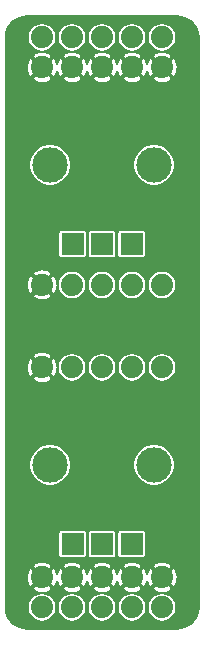
<source format=gbr>
G04 #@! TF.GenerationSoftware,KiCad,Pcbnew,(5.1.5)-3*
G04 #@! TF.CreationDate,2020-03-15T11:46:10-07:00*
G04 #@! TF.ProjectId,bbf-pots_v1,6262662d-706f-4747-935f-76312e6b6963,rev?*
G04 #@! TF.SameCoordinates,Original*
G04 #@! TF.FileFunction,Copper,L2,Bot*
G04 #@! TF.FilePolarity,Positive*
%FSLAX46Y46*%
G04 Gerber Fmt 4.6, Leading zero omitted, Abs format (unit mm)*
G04 Created by KiCad (PCBNEW (5.1.5)-3) date 2020-03-15 11:46:10*
%MOMM*%
%LPD*%
G04 APERTURE LIST*
G04 #@! TA.AperFunction,ComponentPad*
%ADD10C,1.879600*%
G04 #@! TD*
G04 #@! TA.AperFunction,ComponentPad*
%ADD11C,3.000000*%
G04 #@! TD*
G04 #@! TA.AperFunction,ComponentPad*
%ADD12R,1.879600X1.879600*%
G04 #@! TD*
G04 #@! TA.AperFunction,Conductor*
%ADD13C,0.127000*%
G04 #@! TD*
G04 APERTURE END LIST*
D10*
G04 #@! TO.P,JP1,10*
G04 #@! TO.N,VCC*
X153581100Y-80868600D03*
G04 #@! TO.P,JP1,9*
G04 #@! TO.N,GND*
X153581100Y-83408600D03*
G04 #@! TO.P,JP1,8*
G04 #@! TO.N,VCC*
X151041100Y-80868600D03*
G04 #@! TO.P,JP1,7*
G04 #@! TO.N,GND*
X151041100Y-83408600D03*
G04 #@! TO.P,JP1,6*
G04 #@! TO.N,VCC*
X148501100Y-80868600D03*
G04 #@! TO.P,JP1,5*
G04 #@! TO.N,GND*
X148501100Y-83408600D03*
G04 #@! TO.P,JP1,4*
G04 #@! TO.N,VCC*
X145961100Y-80868600D03*
G04 #@! TO.P,JP1,3*
G04 #@! TO.N,GND*
X145961100Y-83408600D03*
G04 #@! TO.P,JP1,2*
G04 #@! TO.N,VCC*
X143421100Y-80868600D03*
G04 #@! TO.P,JP1,1*
G04 #@! TO.N,GND*
X143421100Y-83408600D03*
G04 #@! TD*
G04 #@! TO.P,JP2,10*
G04 #@! TO.N,GND*
X153581100Y-126588600D03*
G04 #@! TO.P,JP2,9*
G04 #@! TO.N,VEE*
X153581100Y-129128600D03*
G04 #@! TO.P,JP2,8*
G04 #@! TO.N,GND*
X151041100Y-126588600D03*
G04 #@! TO.P,JP2,7*
G04 #@! TO.N,VEE*
X151041100Y-129128600D03*
G04 #@! TO.P,JP2,6*
G04 #@! TO.N,GND*
X148501100Y-126588600D03*
G04 #@! TO.P,JP2,5*
G04 #@! TO.N,VEE*
X148501100Y-129128600D03*
G04 #@! TO.P,JP2,4*
G04 #@! TO.N,GND*
X145961100Y-126588600D03*
G04 #@! TO.P,JP2,3*
G04 #@! TO.N,VEE*
X145961100Y-129128600D03*
G04 #@! TO.P,JP2,2*
G04 #@! TO.N,GND*
X143421100Y-126588600D03*
G04 #@! TO.P,JP2,1*
G04 #@! TO.N,VEE*
X143421100Y-129128600D03*
G04 #@! TD*
D11*
G04 #@! TO.P,R23,P$5*
G04 #@! TO.N,N/C*
X144101100Y-91663600D03*
G04 #@! TO.P,R23,P$4*
X152901100Y-91663600D03*
D12*
G04 #@! TO.P,R23,P$3*
G04 #@! TO.N,Net-(JP3-Pad2)*
X146001100Y-98363600D03*
G04 #@! TO.P,R23,P$2*
G04 #@! TO.N,Net-(JP3-Pad3)*
X148501100Y-98363600D03*
G04 #@! TO.P,R23,P$1*
G04 #@! TO.N,Net-(JP3-Pad4)*
X151001100Y-98363600D03*
G04 #@! TD*
D10*
G04 #@! TO.P,JP3,5*
G04 #@! TO.N,VCC*
X153581100Y-101823600D03*
G04 #@! TO.P,JP3,4*
G04 #@! TO.N,Net-(JP3-Pad4)*
X151041100Y-101823600D03*
G04 #@! TO.P,JP3,3*
G04 #@! TO.N,Net-(JP3-Pad3)*
X148501100Y-101823600D03*
G04 #@! TO.P,JP3,2*
G04 #@! TO.N,Net-(JP3-Pad2)*
X145961100Y-101823600D03*
G04 #@! TO.P,JP3,1*
G04 #@! TO.N,GND*
X143421100Y-101823600D03*
G04 #@! TD*
D11*
G04 #@! TO.P,R1,P$5*
G04 #@! TO.N,N/C*
X144101100Y-117063600D03*
G04 #@! TO.P,R1,P$4*
X152901100Y-117063600D03*
D12*
G04 #@! TO.P,R1,P$3*
G04 #@! TO.N,Net-(JP4-Pad2)*
X146001100Y-123763600D03*
G04 #@! TO.P,R1,P$2*
G04 #@! TO.N,Net-(JP4-Pad3)*
X148501100Y-123763600D03*
G04 #@! TO.P,R1,P$1*
G04 #@! TO.N,Net-(JP4-Pad4)*
X151001100Y-123763600D03*
G04 #@! TD*
D10*
G04 #@! TO.P,JP4,5*
G04 #@! TO.N,VCC*
X153581100Y-108808600D03*
G04 #@! TO.P,JP4,4*
G04 #@! TO.N,Net-(JP4-Pad4)*
X151041100Y-108808600D03*
G04 #@! TO.P,JP4,3*
G04 #@! TO.N,Net-(JP4-Pad3)*
X148501100Y-108808600D03*
G04 #@! TO.P,JP4,2*
G04 #@! TO.N,Net-(JP4-Pad2)*
X145961100Y-108808600D03*
G04 #@! TO.P,JP4,1*
G04 #@! TO.N,GND*
X143421100Y-108808600D03*
G04 #@! TD*
D13*
G04 #@! TO.N,GND*
G36*
X155211902Y-79096922D02*
G01*
X155549340Y-79198800D01*
X155860568Y-79364283D01*
X156133720Y-79587060D01*
X156358403Y-79858655D01*
X156526055Y-80168719D01*
X156630286Y-80505439D01*
X156667570Y-80860165D01*
X156667600Y-80868908D01*
X156667599Y-129124268D01*
X156632588Y-129481345D01*
X156530144Y-129820652D01*
X156363745Y-130133604D01*
X156139735Y-130408266D01*
X155866636Y-130634194D01*
X155554857Y-130802772D01*
X155216271Y-130907582D01*
X154859605Y-130945070D01*
X154851083Y-130945099D01*
X142155432Y-130945099D01*
X141798355Y-130910088D01*
X141459048Y-130807644D01*
X141146096Y-130641245D01*
X140871434Y-130417235D01*
X140645506Y-130144136D01*
X140476928Y-129832357D01*
X140372118Y-129493771D01*
X140334630Y-129137105D01*
X140334601Y-129128583D01*
X140334601Y-129010085D01*
X142217800Y-129010085D01*
X142217800Y-129247115D01*
X142264042Y-129479590D01*
X142354750Y-129698576D01*
X142486436Y-129895659D01*
X142654041Y-130063264D01*
X142851124Y-130194950D01*
X143070110Y-130285658D01*
X143302585Y-130331900D01*
X143539615Y-130331900D01*
X143772090Y-130285658D01*
X143991076Y-130194950D01*
X144188159Y-130063264D01*
X144355764Y-129895659D01*
X144487450Y-129698576D01*
X144578158Y-129479590D01*
X144624400Y-129247115D01*
X144624400Y-129010085D01*
X144757800Y-129010085D01*
X144757800Y-129247115D01*
X144804042Y-129479590D01*
X144894750Y-129698576D01*
X145026436Y-129895659D01*
X145194041Y-130063264D01*
X145391124Y-130194950D01*
X145610110Y-130285658D01*
X145842585Y-130331900D01*
X146079615Y-130331900D01*
X146312090Y-130285658D01*
X146531076Y-130194950D01*
X146728159Y-130063264D01*
X146895764Y-129895659D01*
X147027450Y-129698576D01*
X147118158Y-129479590D01*
X147164400Y-129247115D01*
X147164400Y-129010085D01*
X147297800Y-129010085D01*
X147297800Y-129247115D01*
X147344042Y-129479590D01*
X147434750Y-129698576D01*
X147566436Y-129895659D01*
X147734041Y-130063264D01*
X147931124Y-130194950D01*
X148150110Y-130285658D01*
X148382585Y-130331900D01*
X148619615Y-130331900D01*
X148852090Y-130285658D01*
X149071076Y-130194950D01*
X149268159Y-130063264D01*
X149435764Y-129895659D01*
X149567450Y-129698576D01*
X149658158Y-129479590D01*
X149704400Y-129247115D01*
X149704400Y-129010085D01*
X149837800Y-129010085D01*
X149837800Y-129247115D01*
X149884042Y-129479590D01*
X149974750Y-129698576D01*
X150106436Y-129895659D01*
X150274041Y-130063264D01*
X150471124Y-130194950D01*
X150690110Y-130285658D01*
X150922585Y-130331900D01*
X151159615Y-130331900D01*
X151392090Y-130285658D01*
X151611076Y-130194950D01*
X151808159Y-130063264D01*
X151975764Y-129895659D01*
X152107450Y-129698576D01*
X152198158Y-129479590D01*
X152244400Y-129247115D01*
X152244400Y-129010085D01*
X152377800Y-129010085D01*
X152377800Y-129247115D01*
X152424042Y-129479590D01*
X152514750Y-129698576D01*
X152646436Y-129895659D01*
X152814041Y-130063264D01*
X153011124Y-130194950D01*
X153230110Y-130285658D01*
X153462585Y-130331900D01*
X153699615Y-130331900D01*
X153932090Y-130285658D01*
X154151076Y-130194950D01*
X154348159Y-130063264D01*
X154515764Y-129895659D01*
X154647450Y-129698576D01*
X154738158Y-129479590D01*
X154784400Y-129247115D01*
X154784400Y-129010085D01*
X154738158Y-128777610D01*
X154647450Y-128558624D01*
X154515764Y-128361541D01*
X154348159Y-128193936D01*
X154151076Y-128062250D01*
X153932090Y-127971542D01*
X153699615Y-127925300D01*
X153462585Y-127925300D01*
X153230110Y-127971542D01*
X153011124Y-128062250D01*
X152814041Y-128193936D01*
X152646436Y-128361541D01*
X152514750Y-128558624D01*
X152424042Y-128777610D01*
X152377800Y-129010085D01*
X152244400Y-129010085D01*
X152198158Y-128777610D01*
X152107450Y-128558624D01*
X151975764Y-128361541D01*
X151808159Y-128193936D01*
X151611076Y-128062250D01*
X151392090Y-127971542D01*
X151159615Y-127925300D01*
X150922585Y-127925300D01*
X150690110Y-127971542D01*
X150471124Y-128062250D01*
X150274041Y-128193936D01*
X150106436Y-128361541D01*
X149974750Y-128558624D01*
X149884042Y-128777610D01*
X149837800Y-129010085D01*
X149704400Y-129010085D01*
X149658158Y-128777610D01*
X149567450Y-128558624D01*
X149435764Y-128361541D01*
X149268159Y-128193936D01*
X149071076Y-128062250D01*
X148852090Y-127971542D01*
X148619615Y-127925300D01*
X148382585Y-127925300D01*
X148150110Y-127971542D01*
X147931124Y-128062250D01*
X147734041Y-128193936D01*
X147566436Y-128361541D01*
X147434750Y-128558624D01*
X147344042Y-128777610D01*
X147297800Y-129010085D01*
X147164400Y-129010085D01*
X147118158Y-128777610D01*
X147027450Y-128558624D01*
X146895764Y-128361541D01*
X146728159Y-128193936D01*
X146531076Y-128062250D01*
X146312090Y-127971542D01*
X146079615Y-127925300D01*
X145842585Y-127925300D01*
X145610110Y-127971542D01*
X145391124Y-128062250D01*
X145194041Y-128193936D01*
X145026436Y-128361541D01*
X144894750Y-128558624D01*
X144804042Y-128777610D01*
X144757800Y-129010085D01*
X144624400Y-129010085D01*
X144578158Y-128777610D01*
X144487450Y-128558624D01*
X144355764Y-128361541D01*
X144188159Y-128193936D01*
X143991076Y-128062250D01*
X143772090Y-127971542D01*
X143539615Y-127925300D01*
X143302585Y-127925300D01*
X143070110Y-127971542D01*
X142851124Y-128062250D01*
X142654041Y-128193936D01*
X142486436Y-128361541D01*
X142354750Y-128558624D01*
X142264042Y-128777610D01*
X142217800Y-129010085D01*
X140334601Y-129010085D01*
X140334601Y-127512817D01*
X142622041Y-127512817D01*
X142722324Y-127700949D01*
X142952759Y-127815900D01*
X143201193Y-127883686D01*
X143458077Y-127901703D01*
X143713541Y-127869258D01*
X143957766Y-127787599D01*
X144119876Y-127700949D01*
X144220159Y-127512817D01*
X145162041Y-127512817D01*
X145262324Y-127700949D01*
X145492759Y-127815900D01*
X145741193Y-127883686D01*
X145998077Y-127901703D01*
X146253541Y-127869258D01*
X146497766Y-127787599D01*
X146659876Y-127700949D01*
X146760159Y-127512817D01*
X147702041Y-127512817D01*
X147802324Y-127700949D01*
X148032759Y-127815900D01*
X148281193Y-127883686D01*
X148538077Y-127901703D01*
X148793541Y-127869258D01*
X149037766Y-127787599D01*
X149199876Y-127700949D01*
X149300159Y-127512817D01*
X150242041Y-127512817D01*
X150342324Y-127700949D01*
X150572759Y-127815900D01*
X150821193Y-127883686D01*
X151078077Y-127901703D01*
X151333541Y-127869258D01*
X151577766Y-127787599D01*
X151739876Y-127700949D01*
X151840159Y-127512817D01*
X152782041Y-127512817D01*
X152882324Y-127700949D01*
X153112759Y-127815900D01*
X153361193Y-127883686D01*
X153618077Y-127901703D01*
X153873541Y-127869258D01*
X154117766Y-127787599D01*
X154279876Y-127700949D01*
X154380159Y-127512817D01*
X153581100Y-126713758D01*
X152782041Y-127512817D01*
X151840159Y-127512817D01*
X151041100Y-126713758D01*
X150242041Y-127512817D01*
X149300159Y-127512817D01*
X148501100Y-126713758D01*
X147702041Y-127512817D01*
X146760159Y-127512817D01*
X145961100Y-126713758D01*
X145162041Y-127512817D01*
X144220159Y-127512817D01*
X143421100Y-126713758D01*
X142622041Y-127512817D01*
X140334601Y-127512817D01*
X140334601Y-126625577D01*
X142107997Y-126625577D01*
X142140442Y-126881041D01*
X142222101Y-127125266D01*
X142308751Y-127287376D01*
X142496883Y-127387659D01*
X143295942Y-126588600D01*
X143546258Y-126588600D01*
X144345317Y-127387659D01*
X144533449Y-127287376D01*
X144648400Y-127056941D01*
X144689226Y-126907313D01*
X144762101Y-127125266D01*
X144848751Y-127287376D01*
X145036883Y-127387659D01*
X145835942Y-126588600D01*
X146086258Y-126588600D01*
X146885317Y-127387659D01*
X147073449Y-127287376D01*
X147188400Y-127056941D01*
X147229226Y-126907313D01*
X147302101Y-127125266D01*
X147388751Y-127287376D01*
X147576883Y-127387659D01*
X148375942Y-126588600D01*
X148626258Y-126588600D01*
X149425317Y-127387659D01*
X149613449Y-127287376D01*
X149728400Y-127056941D01*
X149769226Y-126907313D01*
X149842101Y-127125266D01*
X149928751Y-127287376D01*
X150116883Y-127387659D01*
X150915942Y-126588600D01*
X151166258Y-126588600D01*
X151965317Y-127387659D01*
X152153449Y-127287376D01*
X152268400Y-127056941D01*
X152309226Y-126907313D01*
X152382101Y-127125266D01*
X152468751Y-127287376D01*
X152656883Y-127387659D01*
X153455942Y-126588600D01*
X153706258Y-126588600D01*
X154505317Y-127387659D01*
X154693449Y-127287376D01*
X154808400Y-127056941D01*
X154876186Y-126808507D01*
X154894203Y-126551623D01*
X154861758Y-126296159D01*
X154780099Y-126051934D01*
X154693449Y-125889824D01*
X154505317Y-125789541D01*
X153706258Y-126588600D01*
X153455942Y-126588600D01*
X152656883Y-125789541D01*
X152468751Y-125889824D01*
X152353800Y-126120259D01*
X152312974Y-126269887D01*
X152240099Y-126051934D01*
X152153449Y-125889824D01*
X151965317Y-125789541D01*
X151166258Y-126588600D01*
X150915942Y-126588600D01*
X150116883Y-125789541D01*
X149928751Y-125889824D01*
X149813800Y-126120259D01*
X149772974Y-126269887D01*
X149700099Y-126051934D01*
X149613449Y-125889824D01*
X149425317Y-125789541D01*
X148626258Y-126588600D01*
X148375942Y-126588600D01*
X147576883Y-125789541D01*
X147388751Y-125889824D01*
X147273800Y-126120259D01*
X147232974Y-126269887D01*
X147160099Y-126051934D01*
X147073449Y-125889824D01*
X146885317Y-125789541D01*
X146086258Y-126588600D01*
X145835942Y-126588600D01*
X145036883Y-125789541D01*
X144848751Y-125889824D01*
X144733800Y-126120259D01*
X144692974Y-126269887D01*
X144620099Y-126051934D01*
X144533449Y-125889824D01*
X144345317Y-125789541D01*
X143546258Y-126588600D01*
X143295942Y-126588600D01*
X142496883Y-125789541D01*
X142308751Y-125889824D01*
X142193800Y-126120259D01*
X142126014Y-126368693D01*
X142107997Y-126625577D01*
X140334601Y-126625577D01*
X140334601Y-125664383D01*
X142622041Y-125664383D01*
X143421100Y-126463442D01*
X144220159Y-125664383D01*
X145162041Y-125664383D01*
X145961100Y-126463442D01*
X146760159Y-125664383D01*
X147702041Y-125664383D01*
X148501100Y-126463442D01*
X149300159Y-125664383D01*
X150242041Y-125664383D01*
X151041100Y-126463442D01*
X151840159Y-125664383D01*
X152782041Y-125664383D01*
X153581100Y-126463442D01*
X154380159Y-125664383D01*
X154279876Y-125476251D01*
X154049441Y-125361300D01*
X153801007Y-125293514D01*
X153544123Y-125275497D01*
X153288659Y-125307942D01*
X153044434Y-125389601D01*
X152882324Y-125476251D01*
X152782041Y-125664383D01*
X151840159Y-125664383D01*
X151739876Y-125476251D01*
X151509441Y-125361300D01*
X151261007Y-125293514D01*
X151004123Y-125275497D01*
X150748659Y-125307942D01*
X150504434Y-125389601D01*
X150342324Y-125476251D01*
X150242041Y-125664383D01*
X149300159Y-125664383D01*
X149199876Y-125476251D01*
X148969441Y-125361300D01*
X148721007Y-125293514D01*
X148464123Y-125275497D01*
X148208659Y-125307942D01*
X147964434Y-125389601D01*
X147802324Y-125476251D01*
X147702041Y-125664383D01*
X146760159Y-125664383D01*
X146659876Y-125476251D01*
X146429441Y-125361300D01*
X146181007Y-125293514D01*
X145924123Y-125275497D01*
X145668659Y-125307942D01*
X145424434Y-125389601D01*
X145262324Y-125476251D01*
X145162041Y-125664383D01*
X144220159Y-125664383D01*
X144119876Y-125476251D01*
X143889441Y-125361300D01*
X143641007Y-125293514D01*
X143384123Y-125275497D01*
X143128659Y-125307942D01*
X142884434Y-125389601D01*
X142722324Y-125476251D01*
X142622041Y-125664383D01*
X140334601Y-125664383D01*
X140334601Y-122823800D01*
X144796526Y-122823800D01*
X144796526Y-124703400D01*
X144801614Y-124755055D01*
X144816681Y-124804725D01*
X144841148Y-124850501D01*
X144874077Y-124890623D01*
X144914199Y-124923552D01*
X144959975Y-124948019D01*
X145009645Y-124963086D01*
X145061300Y-124968174D01*
X146940900Y-124968174D01*
X146992555Y-124963086D01*
X147042225Y-124948019D01*
X147088001Y-124923552D01*
X147128123Y-124890623D01*
X147161052Y-124850501D01*
X147185519Y-124804725D01*
X147200586Y-124755055D01*
X147205674Y-124703400D01*
X147205674Y-122823800D01*
X147296526Y-122823800D01*
X147296526Y-124703400D01*
X147301614Y-124755055D01*
X147316681Y-124804725D01*
X147341148Y-124850501D01*
X147374077Y-124890623D01*
X147414199Y-124923552D01*
X147459975Y-124948019D01*
X147509645Y-124963086D01*
X147561300Y-124968174D01*
X149440900Y-124968174D01*
X149492555Y-124963086D01*
X149542225Y-124948019D01*
X149588001Y-124923552D01*
X149628123Y-124890623D01*
X149661052Y-124850501D01*
X149685519Y-124804725D01*
X149700586Y-124755055D01*
X149705674Y-124703400D01*
X149705674Y-122823800D01*
X149796526Y-122823800D01*
X149796526Y-124703400D01*
X149801614Y-124755055D01*
X149816681Y-124804725D01*
X149841148Y-124850501D01*
X149874077Y-124890623D01*
X149914199Y-124923552D01*
X149959975Y-124948019D01*
X150009645Y-124963086D01*
X150061300Y-124968174D01*
X151940900Y-124968174D01*
X151992555Y-124963086D01*
X152042225Y-124948019D01*
X152088001Y-124923552D01*
X152128123Y-124890623D01*
X152161052Y-124850501D01*
X152185519Y-124804725D01*
X152200586Y-124755055D01*
X152205674Y-124703400D01*
X152205674Y-122823800D01*
X152200586Y-122772145D01*
X152185519Y-122722475D01*
X152161052Y-122676699D01*
X152128123Y-122636577D01*
X152088001Y-122603648D01*
X152042225Y-122579181D01*
X151992555Y-122564114D01*
X151940900Y-122559026D01*
X150061300Y-122559026D01*
X150009645Y-122564114D01*
X149959975Y-122579181D01*
X149914199Y-122603648D01*
X149874077Y-122636577D01*
X149841148Y-122676699D01*
X149816681Y-122722475D01*
X149801614Y-122772145D01*
X149796526Y-122823800D01*
X149705674Y-122823800D01*
X149700586Y-122772145D01*
X149685519Y-122722475D01*
X149661052Y-122676699D01*
X149628123Y-122636577D01*
X149588001Y-122603648D01*
X149542225Y-122579181D01*
X149492555Y-122564114D01*
X149440900Y-122559026D01*
X147561300Y-122559026D01*
X147509645Y-122564114D01*
X147459975Y-122579181D01*
X147414199Y-122603648D01*
X147374077Y-122636577D01*
X147341148Y-122676699D01*
X147316681Y-122722475D01*
X147301614Y-122772145D01*
X147296526Y-122823800D01*
X147205674Y-122823800D01*
X147200586Y-122772145D01*
X147185519Y-122722475D01*
X147161052Y-122676699D01*
X147128123Y-122636577D01*
X147088001Y-122603648D01*
X147042225Y-122579181D01*
X146992555Y-122564114D01*
X146940900Y-122559026D01*
X145061300Y-122559026D01*
X145009645Y-122564114D01*
X144959975Y-122579181D01*
X144914199Y-122603648D01*
X144874077Y-122636577D01*
X144841148Y-122676699D01*
X144816681Y-122722475D01*
X144801614Y-122772145D01*
X144796526Y-122823800D01*
X140334601Y-122823800D01*
X140334601Y-116889910D01*
X142337600Y-116889910D01*
X142337600Y-117237290D01*
X142405370Y-117577994D01*
X142538306Y-117898931D01*
X142731300Y-118187766D01*
X142976934Y-118433400D01*
X143265769Y-118626394D01*
X143586706Y-118759330D01*
X143927410Y-118827100D01*
X144274790Y-118827100D01*
X144615494Y-118759330D01*
X144936431Y-118626394D01*
X145225266Y-118433400D01*
X145470900Y-118187766D01*
X145663894Y-117898931D01*
X145796830Y-117577994D01*
X145864600Y-117237290D01*
X145864600Y-116889910D01*
X151137600Y-116889910D01*
X151137600Y-117237290D01*
X151205370Y-117577994D01*
X151338306Y-117898931D01*
X151531300Y-118187766D01*
X151776934Y-118433400D01*
X152065769Y-118626394D01*
X152386706Y-118759330D01*
X152727410Y-118827100D01*
X153074790Y-118827100D01*
X153415494Y-118759330D01*
X153736431Y-118626394D01*
X154025266Y-118433400D01*
X154270900Y-118187766D01*
X154463894Y-117898931D01*
X154596830Y-117577994D01*
X154664600Y-117237290D01*
X154664600Y-116889910D01*
X154596830Y-116549206D01*
X154463894Y-116228269D01*
X154270900Y-115939434D01*
X154025266Y-115693800D01*
X153736431Y-115500806D01*
X153415494Y-115367870D01*
X153074790Y-115300100D01*
X152727410Y-115300100D01*
X152386706Y-115367870D01*
X152065769Y-115500806D01*
X151776934Y-115693800D01*
X151531300Y-115939434D01*
X151338306Y-116228269D01*
X151205370Y-116549206D01*
X151137600Y-116889910D01*
X145864600Y-116889910D01*
X145796830Y-116549206D01*
X145663894Y-116228269D01*
X145470900Y-115939434D01*
X145225266Y-115693800D01*
X144936431Y-115500806D01*
X144615494Y-115367870D01*
X144274790Y-115300100D01*
X143927410Y-115300100D01*
X143586706Y-115367870D01*
X143265769Y-115500806D01*
X142976934Y-115693800D01*
X142731300Y-115939434D01*
X142538306Y-116228269D01*
X142405370Y-116549206D01*
X142337600Y-116889910D01*
X140334601Y-116889910D01*
X140334601Y-109732817D01*
X142622041Y-109732817D01*
X142722324Y-109920949D01*
X142952759Y-110035900D01*
X143201193Y-110103686D01*
X143458077Y-110121703D01*
X143713541Y-110089258D01*
X143957766Y-110007599D01*
X144119876Y-109920949D01*
X144220159Y-109732817D01*
X143421100Y-108933758D01*
X142622041Y-109732817D01*
X140334601Y-109732817D01*
X140334601Y-108845577D01*
X142107997Y-108845577D01*
X142140442Y-109101041D01*
X142222101Y-109345266D01*
X142308751Y-109507376D01*
X142496883Y-109607659D01*
X143295942Y-108808600D01*
X143546258Y-108808600D01*
X144345317Y-109607659D01*
X144533449Y-109507376D01*
X144648400Y-109276941D01*
X144716186Y-109028507D01*
X144734203Y-108771623D01*
X144723848Y-108690085D01*
X144757800Y-108690085D01*
X144757800Y-108927115D01*
X144804042Y-109159590D01*
X144894750Y-109378576D01*
X145026436Y-109575659D01*
X145194041Y-109743264D01*
X145391124Y-109874950D01*
X145610110Y-109965658D01*
X145842585Y-110011900D01*
X146079615Y-110011900D01*
X146312090Y-109965658D01*
X146531076Y-109874950D01*
X146728159Y-109743264D01*
X146895764Y-109575659D01*
X147027450Y-109378576D01*
X147118158Y-109159590D01*
X147164400Y-108927115D01*
X147164400Y-108690085D01*
X147297800Y-108690085D01*
X147297800Y-108927115D01*
X147344042Y-109159590D01*
X147434750Y-109378576D01*
X147566436Y-109575659D01*
X147734041Y-109743264D01*
X147931124Y-109874950D01*
X148150110Y-109965658D01*
X148382585Y-110011900D01*
X148619615Y-110011900D01*
X148852090Y-109965658D01*
X149071076Y-109874950D01*
X149268159Y-109743264D01*
X149435764Y-109575659D01*
X149567450Y-109378576D01*
X149658158Y-109159590D01*
X149704400Y-108927115D01*
X149704400Y-108690085D01*
X149837800Y-108690085D01*
X149837800Y-108927115D01*
X149884042Y-109159590D01*
X149974750Y-109378576D01*
X150106436Y-109575659D01*
X150274041Y-109743264D01*
X150471124Y-109874950D01*
X150690110Y-109965658D01*
X150922585Y-110011900D01*
X151159615Y-110011900D01*
X151392090Y-109965658D01*
X151611076Y-109874950D01*
X151808159Y-109743264D01*
X151975764Y-109575659D01*
X152107450Y-109378576D01*
X152198158Y-109159590D01*
X152244400Y-108927115D01*
X152244400Y-108690085D01*
X152377800Y-108690085D01*
X152377800Y-108927115D01*
X152424042Y-109159590D01*
X152514750Y-109378576D01*
X152646436Y-109575659D01*
X152814041Y-109743264D01*
X153011124Y-109874950D01*
X153230110Y-109965658D01*
X153462585Y-110011900D01*
X153699615Y-110011900D01*
X153932090Y-109965658D01*
X154151076Y-109874950D01*
X154348159Y-109743264D01*
X154515764Y-109575659D01*
X154647450Y-109378576D01*
X154738158Y-109159590D01*
X154784400Y-108927115D01*
X154784400Y-108690085D01*
X154738158Y-108457610D01*
X154647450Y-108238624D01*
X154515764Y-108041541D01*
X154348159Y-107873936D01*
X154151076Y-107742250D01*
X153932090Y-107651542D01*
X153699615Y-107605300D01*
X153462585Y-107605300D01*
X153230110Y-107651542D01*
X153011124Y-107742250D01*
X152814041Y-107873936D01*
X152646436Y-108041541D01*
X152514750Y-108238624D01*
X152424042Y-108457610D01*
X152377800Y-108690085D01*
X152244400Y-108690085D01*
X152198158Y-108457610D01*
X152107450Y-108238624D01*
X151975764Y-108041541D01*
X151808159Y-107873936D01*
X151611076Y-107742250D01*
X151392090Y-107651542D01*
X151159615Y-107605300D01*
X150922585Y-107605300D01*
X150690110Y-107651542D01*
X150471124Y-107742250D01*
X150274041Y-107873936D01*
X150106436Y-108041541D01*
X149974750Y-108238624D01*
X149884042Y-108457610D01*
X149837800Y-108690085D01*
X149704400Y-108690085D01*
X149658158Y-108457610D01*
X149567450Y-108238624D01*
X149435764Y-108041541D01*
X149268159Y-107873936D01*
X149071076Y-107742250D01*
X148852090Y-107651542D01*
X148619615Y-107605300D01*
X148382585Y-107605300D01*
X148150110Y-107651542D01*
X147931124Y-107742250D01*
X147734041Y-107873936D01*
X147566436Y-108041541D01*
X147434750Y-108238624D01*
X147344042Y-108457610D01*
X147297800Y-108690085D01*
X147164400Y-108690085D01*
X147118158Y-108457610D01*
X147027450Y-108238624D01*
X146895764Y-108041541D01*
X146728159Y-107873936D01*
X146531076Y-107742250D01*
X146312090Y-107651542D01*
X146079615Y-107605300D01*
X145842585Y-107605300D01*
X145610110Y-107651542D01*
X145391124Y-107742250D01*
X145194041Y-107873936D01*
X145026436Y-108041541D01*
X144894750Y-108238624D01*
X144804042Y-108457610D01*
X144757800Y-108690085D01*
X144723848Y-108690085D01*
X144701758Y-108516159D01*
X144620099Y-108271934D01*
X144533449Y-108109824D01*
X144345317Y-108009541D01*
X143546258Y-108808600D01*
X143295942Y-108808600D01*
X142496883Y-108009541D01*
X142308751Y-108109824D01*
X142193800Y-108340259D01*
X142126014Y-108588693D01*
X142107997Y-108845577D01*
X140334601Y-108845577D01*
X140334601Y-107884383D01*
X142622041Y-107884383D01*
X143421100Y-108683442D01*
X144220159Y-107884383D01*
X144119876Y-107696251D01*
X143889441Y-107581300D01*
X143641007Y-107513514D01*
X143384123Y-107495497D01*
X143128659Y-107527942D01*
X142884434Y-107609601D01*
X142722324Y-107696251D01*
X142622041Y-107884383D01*
X140334601Y-107884383D01*
X140334601Y-102747817D01*
X142622041Y-102747817D01*
X142722324Y-102935949D01*
X142952759Y-103050900D01*
X143201193Y-103118686D01*
X143458077Y-103136703D01*
X143713541Y-103104258D01*
X143957766Y-103022599D01*
X144119876Y-102935949D01*
X144220159Y-102747817D01*
X143421100Y-101948758D01*
X142622041Y-102747817D01*
X140334601Y-102747817D01*
X140334601Y-101860577D01*
X142107997Y-101860577D01*
X142140442Y-102116041D01*
X142222101Y-102360266D01*
X142308751Y-102522376D01*
X142496883Y-102622659D01*
X143295942Y-101823600D01*
X143546258Y-101823600D01*
X144345317Y-102622659D01*
X144533449Y-102522376D01*
X144648400Y-102291941D01*
X144716186Y-102043507D01*
X144734203Y-101786623D01*
X144723848Y-101705085D01*
X144757800Y-101705085D01*
X144757800Y-101942115D01*
X144804042Y-102174590D01*
X144894750Y-102393576D01*
X145026436Y-102590659D01*
X145194041Y-102758264D01*
X145391124Y-102889950D01*
X145610110Y-102980658D01*
X145842585Y-103026900D01*
X146079615Y-103026900D01*
X146312090Y-102980658D01*
X146531076Y-102889950D01*
X146728159Y-102758264D01*
X146895764Y-102590659D01*
X147027450Y-102393576D01*
X147118158Y-102174590D01*
X147164400Y-101942115D01*
X147164400Y-101705085D01*
X147297800Y-101705085D01*
X147297800Y-101942115D01*
X147344042Y-102174590D01*
X147434750Y-102393576D01*
X147566436Y-102590659D01*
X147734041Y-102758264D01*
X147931124Y-102889950D01*
X148150110Y-102980658D01*
X148382585Y-103026900D01*
X148619615Y-103026900D01*
X148852090Y-102980658D01*
X149071076Y-102889950D01*
X149268159Y-102758264D01*
X149435764Y-102590659D01*
X149567450Y-102393576D01*
X149658158Y-102174590D01*
X149704400Y-101942115D01*
X149704400Y-101705085D01*
X149837800Y-101705085D01*
X149837800Y-101942115D01*
X149884042Y-102174590D01*
X149974750Y-102393576D01*
X150106436Y-102590659D01*
X150274041Y-102758264D01*
X150471124Y-102889950D01*
X150690110Y-102980658D01*
X150922585Y-103026900D01*
X151159615Y-103026900D01*
X151392090Y-102980658D01*
X151611076Y-102889950D01*
X151808159Y-102758264D01*
X151975764Y-102590659D01*
X152107450Y-102393576D01*
X152198158Y-102174590D01*
X152244400Y-101942115D01*
X152244400Y-101705085D01*
X152377800Y-101705085D01*
X152377800Y-101942115D01*
X152424042Y-102174590D01*
X152514750Y-102393576D01*
X152646436Y-102590659D01*
X152814041Y-102758264D01*
X153011124Y-102889950D01*
X153230110Y-102980658D01*
X153462585Y-103026900D01*
X153699615Y-103026900D01*
X153932090Y-102980658D01*
X154151076Y-102889950D01*
X154348159Y-102758264D01*
X154515764Y-102590659D01*
X154647450Y-102393576D01*
X154738158Y-102174590D01*
X154784400Y-101942115D01*
X154784400Y-101705085D01*
X154738158Y-101472610D01*
X154647450Y-101253624D01*
X154515764Y-101056541D01*
X154348159Y-100888936D01*
X154151076Y-100757250D01*
X153932090Y-100666542D01*
X153699615Y-100620300D01*
X153462585Y-100620300D01*
X153230110Y-100666542D01*
X153011124Y-100757250D01*
X152814041Y-100888936D01*
X152646436Y-101056541D01*
X152514750Y-101253624D01*
X152424042Y-101472610D01*
X152377800Y-101705085D01*
X152244400Y-101705085D01*
X152198158Y-101472610D01*
X152107450Y-101253624D01*
X151975764Y-101056541D01*
X151808159Y-100888936D01*
X151611076Y-100757250D01*
X151392090Y-100666542D01*
X151159615Y-100620300D01*
X150922585Y-100620300D01*
X150690110Y-100666542D01*
X150471124Y-100757250D01*
X150274041Y-100888936D01*
X150106436Y-101056541D01*
X149974750Y-101253624D01*
X149884042Y-101472610D01*
X149837800Y-101705085D01*
X149704400Y-101705085D01*
X149658158Y-101472610D01*
X149567450Y-101253624D01*
X149435764Y-101056541D01*
X149268159Y-100888936D01*
X149071076Y-100757250D01*
X148852090Y-100666542D01*
X148619615Y-100620300D01*
X148382585Y-100620300D01*
X148150110Y-100666542D01*
X147931124Y-100757250D01*
X147734041Y-100888936D01*
X147566436Y-101056541D01*
X147434750Y-101253624D01*
X147344042Y-101472610D01*
X147297800Y-101705085D01*
X147164400Y-101705085D01*
X147118158Y-101472610D01*
X147027450Y-101253624D01*
X146895764Y-101056541D01*
X146728159Y-100888936D01*
X146531076Y-100757250D01*
X146312090Y-100666542D01*
X146079615Y-100620300D01*
X145842585Y-100620300D01*
X145610110Y-100666542D01*
X145391124Y-100757250D01*
X145194041Y-100888936D01*
X145026436Y-101056541D01*
X144894750Y-101253624D01*
X144804042Y-101472610D01*
X144757800Y-101705085D01*
X144723848Y-101705085D01*
X144701758Y-101531159D01*
X144620099Y-101286934D01*
X144533449Y-101124824D01*
X144345317Y-101024541D01*
X143546258Y-101823600D01*
X143295942Y-101823600D01*
X142496883Y-101024541D01*
X142308751Y-101124824D01*
X142193800Y-101355259D01*
X142126014Y-101603693D01*
X142107997Y-101860577D01*
X140334601Y-101860577D01*
X140334601Y-100899383D01*
X142622041Y-100899383D01*
X143421100Y-101698442D01*
X144220159Y-100899383D01*
X144119876Y-100711251D01*
X143889441Y-100596300D01*
X143641007Y-100528514D01*
X143384123Y-100510497D01*
X143128659Y-100542942D01*
X142884434Y-100624601D01*
X142722324Y-100711251D01*
X142622041Y-100899383D01*
X140334601Y-100899383D01*
X140334601Y-97423800D01*
X144796526Y-97423800D01*
X144796526Y-99303400D01*
X144801614Y-99355055D01*
X144816681Y-99404725D01*
X144841148Y-99450501D01*
X144874077Y-99490623D01*
X144914199Y-99523552D01*
X144959975Y-99548019D01*
X145009645Y-99563086D01*
X145061300Y-99568174D01*
X146940900Y-99568174D01*
X146992555Y-99563086D01*
X147042225Y-99548019D01*
X147088001Y-99523552D01*
X147128123Y-99490623D01*
X147161052Y-99450501D01*
X147185519Y-99404725D01*
X147200586Y-99355055D01*
X147205674Y-99303400D01*
X147205674Y-97423800D01*
X147296526Y-97423800D01*
X147296526Y-99303400D01*
X147301614Y-99355055D01*
X147316681Y-99404725D01*
X147341148Y-99450501D01*
X147374077Y-99490623D01*
X147414199Y-99523552D01*
X147459975Y-99548019D01*
X147509645Y-99563086D01*
X147561300Y-99568174D01*
X149440900Y-99568174D01*
X149492555Y-99563086D01*
X149542225Y-99548019D01*
X149588001Y-99523552D01*
X149628123Y-99490623D01*
X149661052Y-99450501D01*
X149685519Y-99404725D01*
X149700586Y-99355055D01*
X149705674Y-99303400D01*
X149705674Y-97423800D01*
X149796526Y-97423800D01*
X149796526Y-99303400D01*
X149801614Y-99355055D01*
X149816681Y-99404725D01*
X149841148Y-99450501D01*
X149874077Y-99490623D01*
X149914199Y-99523552D01*
X149959975Y-99548019D01*
X150009645Y-99563086D01*
X150061300Y-99568174D01*
X151940900Y-99568174D01*
X151992555Y-99563086D01*
X152042225Y-99548019D01*
X152088001Y-99523552D01*
X152128123Y-99490623D01*
X152161052Y-99450501D01*
X152185519Y-99404725D01*
X152200586Y-99355055D01*
X152205674Y-99303400D01*
X152205674Y-97423800D01*
X152200586Y-97372145D01*
X152185519Y-97322475D01*
X152161052Y-97276699D01*
X152128123Y-97236577D01*
X152088001Y-97203648D01*
X152042225Y-97179181D01*
X151992555Y-97164114D01*
X151940900Y-97159026D01*
X150061300Y-97159026D01*
X150009645Y-97164114D01*
X149959975Y-97179181D01*
X149914199Y-97203648D01*
X149874077Y-97236577D01*
X149841148Y-97276699D01*
X149816681Y-97322475D01*
X149801614Y-97372145D01*
X149796526Y-97423800D01*
X149705674Y-97423800D01*
X149700586Y-97372145D01*
X149685519Y-97322475D01*
X149661052Y-97276699D01*
X149628123Y-97236577D01*
X149588001Y-97203648D01*
X149542225Y-97179181D01*
X149492555Y-97164114D01*
X149440900Y-97159026D01*
X147561300Y-97159026D01*
X147509645Y-97164114D01*
X147459975Y-97179181D01*
X147414199Y-97203648D01*
X147374077Y-97236577D01*
X147341148Y-97276699D01*
X147316681Y-97322475D01*
X147301614Y-97372145D01*
X147296526Y-97423800D01*
X147205674Y-97423800D01*
X147200586Y-97372145D01*
X147185519Y-97322475D01*
X147161052Y-97276699D01*
X147128123Y-97236577D01*
X147088001Y-97203648D01*
X147042225Y-97179181D01*
X146992555Y-97164114D01*
X146940900Y-97159026D01*
X145061300Y-97159026D01*
X145009645Y-97164114D01*
X144959975Y-97179181D01*
X144914199Y-97203648D01*
X144874077Y-97236577D01*
X144841148Y-97276699D01*
X144816681Y-97322475D01*
X144801614Y-97372145D01*
X144796526Y-97423800D01*
X140334601Y-97423800D01*
X140334601Y-91489910D01*
X142337600Y-91489910D01*
X142337600Y-91837290D01*
X142405370Y-92177994D01*
X142538306Y-92498931D01*
X142731300Y-92787766D01*
X142976934Y-93033400D01*
X143265769Y-93226394D01*
X143586706Y-93359330D01*
X143927410Y-93427100D01*
X144274790Y-93427100D01*
X144615494Y-93359330D01*
X144936431Y-93226394D01*
X145225266Y-93033400D01*
X145470900Y-92787766D01*
X145663894Y-92498931D01*
X145796830Y-92177994D01*
X145864600Y-91837290D01*
X145864600Y-91489910D01*
X151137600Y-91489910D01*
X151137600Y-91837290D01*
X151205370Y-92177994D01*
X151338306Y-92498931D01*
X151531300Y-92787766D01*
X151776934Y-93033400D01*
X152065769Y-93226394D01*
X152386706Y-93359330D01*
X152727410Y-93427100D01*
X153074790Y-93427100D01*
X153415494Y-93359330D01*
X153736431Y-93226394D01*
X154025266Y-93033400D01*
X154270900Y-92787766D01*
X154463894Y-92498931D01*
X154596830Y-92177994D01*
X154664600Y-91837290D01*
X154664600Y-91489910D01*
X154596830Y-91149206D01*
X154463894Y-90828269D01*
X154270900Y-90539434D01*
X154025266Y-90293800D01*
X153736431Y-90100806D01*
X153415494Y-89967870D01*
X153074790Y-89900100D01*
X152727410Y-89900100D01*
X152386706Y-89967870D01*
X152065769Y-90100806D01*
X151776934Y-90293800D01*
X151531300Y-90539434D01*
X151338306Y-90828269D01*
X151205370Y-91149206D01*
X151137600Y-91489910D01*
X145864600Y-91489910D01*
X145796830Y-91149206D01*
X145663894Y-90828269D01*
X145470900Y-90539434D01*
X145225266Y-90293800D01*
X144936431Y-90100806D01*
X144615494Y-89967870D01*
X144274790Y-89900100D01*
X143927410Y-89900100D01*
X143586706Y-89967870D01*
X143265769Y-90100806D01*
X142976934Y-90293800D01*
X142731300Y-90539434D01*
X142538306Y-90828269D01*
X142405370Y-91149206D01*
X142337600Y-91489910D01*
X140334601Y-91489910D01*
X140334601Y-84332817D01*
X142622041Y-84332817D01*
X142722324Y-84520949D01*
X142952759Y-84635900D01*
X143201193Y-84703686D01*
X143458077Y-84721703D01*
X143713541Y-84689258D01*
X143957766Y-84607599D01*
X144119876Y-84520949D01*
X144220159Y-84332817D01*
X145162041Y-84332817D01*
X145262324Y-84520949D01*
X145492759Y-84635900D01*
X145741193Y-84703686D01*
X145998077Y-84721703D01*
X146253541Y-84689258D01*
X146497766Y-84607599D01*
X146659876Y-84520949D01*
X146760159Y-84332817D01*
X147702041Y-84332817D01*
X147802324Y-84520949D01*
X148032759Y-84635900D01*
X148281193Y-84703686D01*
X148538077Y-84721703D01*
X148793541Y-84689258D01*
X149037766Y-84607599D01*
X149199876Y-84520949D01*
X149300159Y-84332817D01*
X150242041Y-84332817D01*
X150342324Y-84520949D01*
X150572759Y-84635900D01*
X150821193Y-84703686D01*
X151078077Y-84721703D01*
X151333541Y-84689258D01*
X151577766Y-84607599D01*
X151739876Y-84520949D01*
X151840159Y-84332817D01*
X152782041Y-84332817D01*
X152882324Y-84520949D01*
X153112759Y-84635900D01*
X153361193Y-84703686D01*
X153618077Y-84721703D01*
X153873541Y-84689258D01*
X154117766Y-84607599D01*
X154279876Y-84520949D01*
X154380159Y-84332817D01*
X153581100Y-83533758D01*
X152782041Y-84332817D01*
X151840159Y-84332817D01*
X151041100Y-83533758D01*
X150242041Y-84332817D01*
X149300159Y-84332817D01*
X148501100Y-83533758D01*
X147702041Y-84332817D01*
X146760159Y-84332817D01*
X145961100Y-83533758D01*
X145162041Y-84332817D01*
X144220159Y-84332817D01*
X143421100Y-83533758D01*
X142622041Y-84332817D01*
X140334601Y-84332817D01*
X140334601Y-83445577D01*
X142107997Y-83445577D01*
X142140442Y-83701041D01*
X142222101Y-83945266D01*
X142308751Y-84107376D01*
X142496883Y-84207659D01*
X143295942Y-83408600D01*
X143546258Y-83408600D01*
X144345317Y-84207659D01*
X144533449Y-84107376D01*
X144648400Y-83876941D01*
X144689226Y-83727313D01*
X144762101Y-83945266D01*
X144848751Y-84107376D01*
X145036883Y-84207659D01*
X145835942Y-83408600D01*
X146086258Y-83408600D01*
X146885317Y-84207659D01*
X147073449Y-84107376D01*
X147188400Y-83876941D01*
X147229226Y-83727313D01*
X147302101Y-83945266D01*
X147388751Y-84107376D01*
X147576883Y-84207659D01*
X148375942Y-83408600D01*
X148626258Y-83408600D01*
X149425317Y-84207659D01*
X149613449Y-84107376D01*
X149728400Y-83876941D01*
X149769226Y-83727313D01*
X149842101Y-83945266D01*
X149928751Y-84107376D01*
X150116883Y-84207659D01*
X150915942Y-83408600D01*
X151166258Y-83408600D01*
X151965317Y-84207659D01*
X152153449Y-84107376D01*
X152268400Y-83876941D01*
X152309226Y-83727313D01*
X152382101Y-83945266D01*
X152468751Y-84107376D01*
X152656883Y-84207659D01*
X153455942Y-83408600D01*
X153706258Y-83408600D01*
X154505317Y-84207659D01*
X154693449Y-84107376D01*
X154808400Y-83876941D01*
X154876186Y-83628507D01*
X154894203Y-83371623D01*
X154861758Y-83116159D01*
X154780099Y-82871934D01*
X154693449Y-82709824D01*
X154505317Y-82609541D01*
X153706258Y-83408600D01*
X153455942Y-83408600D01*
X152656883Y-82609541D01*
X152468751Y-82709824D01*
X152353800Y-82940259D01*
X152312974Y-83089887D01*
X152240099Y-82871934D01*
X152153449Y-82709824D01*
X151965317Y-82609541D01*
X151166258Y-83408600D01*
X150915942Y-83408600D01*
X150116883Y-82609541D01*
X149928751Y-82709824D01*
X149813800Y-82940259D01*
X149772974Y-83089887D01*
X149700099Y-82871934D01*
X149613449Y-82709824D01*
X149425317Y-82609541D01*
X148626258Y-83408600D01*
X148375942Y-83408600D01*
X147576883Y-82609541D01*
X147388751Y-82709824D01*
X147273800Y-82940259D01*
X147232974Y-83089887D01*
X147160099Y-82871934D01*
X147073449Y-82709824D01*
X146885317Y-82609541D01*
X146086258Y-83408600D01*
X145835942Y-83408600D01*
X145036883Y-82609541D01*
X144848751Y-82709824D01*
X144733800Y-82940259D01*
X144692974Y-83089887D01*
X144620099Y-82871934D01*
X144533449Y-82709824D01*
X144345317Y-82609541D01*
X143546258Y-83408600D01*
X143295942Y-83408600D01*
X142496883Y-82609541D01*
X142308751Y-82709824D01*
X142193800Y-82940259D01*
X142126014Y-83188693D01*
X142107997Y-83445577D01*
X140334601Y-83445577D01*
X140334601Y-82484383D01*
X142622041Y-82484383D01*
X143421100Y-83283442D01*
X144220159Y-82484383D01*
X145162041Y-82484383D01*
X145961100Y-83283442D01*
X146760159Y-82484383D01*
X147702041Y-82484383D01*
X148501100Y-83283442D01*
X149300159Y-82484383D01*
X150242041Y-82484383D01*
X151041100Y-83283442D01*
X151840159Y-82484383D01*
X152782041Y-82484383D01*
X153581100Y-83283442D01*
X154380159Y-82484383D01*
X154279876Y-82296251D01*
X154049441Y-82181300D01*
X153801007Y-82113514D01*
X153544123Y-82095497D01*
X153288659Y-82127942D01*
X153044434Y-82209601D01*
X152882324Y-82296251D01*
X152782041Y-82484383D01*
X151840159Y-82484383D01*
X151739876Y-82296251D01*
X151509441Y-82181300D01*
X151261007Y-82113514D01*
X151004123Y-82095497D01*
X150748659Y-82127942D01*
X150504434Y-82209601D01*
X150342324Y-82296251D01*
X150242041Y-82484383D01*
X149300159Y-82484383D01*
X149199876Y-82296251D01*
X148969441Y-82181300D01*
X148721007Y-82113514D01*
X148464123Y-82095497D01*
X148208659Y-82127942D01*
X147964434Y-82209601D01*
X147802324Y-82296251D01*
X147702041Y-82484383D01*
X146760159Y-82484383D01*
X146659876Y-82296251D01*
X146429441Y-82181300D01*
X146181007Y-82113514D01*
X145924123Y-82095497D01*
X145668659Y-82127942D01*
X145424434Y-82209601D01*
X145262324Y-82296251D01*
X145162041Y-82484383D01*
X144220159Y-82484383D01*
X144119876Y-82296251D01*
X143889441Y-82181300D01*
X143641007Y-82113514D01*
X143384123Y-82095497D01*
X143128659Y-82127942D01*
X142884434Y-82209601D01*
X142722324Y-82296251D01*
X142622041Y-82484383D01*
X140334601Y-82484383D01*
X140334601Y-80872932D01*
X140346646Y-80750085D01*
X142217800Y-80750085D01*
X142217800Y-80987115D01*
X142264042Y-81219590D01*
X142354750Y-81438576D01*
X142486436Y-81635659D01*
X142654041Y-81803264D01*
X142851124Y-81934950D01*
X143070110Y-82025658D01*
X143302585Y-82071900D01*
X143539615Y-82071900D01*
X143772090Y-82025658D01*
X143991076Y-81934950D01*
X144188159Y-81803264D01*
X144355764Y-81635659D01*
X144487450Y-81438576D01*
X144578158Y-81219590D01*
X144624400Y-80987115D01*
X144624400Y-80750085D01*
X144757800Y-80750085D01*
X144757800Y-80987115D01*
X144804042Y-81219590D01*
X144894750Y-81438576D01*
X145026436Y-81635659D01*
X145194041Y-81803264D01*
X145391124Y-81934950D01*
X145610110Y-82025658D01*
X145842585Y-82071900D01*
X146079615Y-82071900D01*
X146312090Y-82025658D01*
X146531076Y-81934950D01*
X146728159Y-81803264D01*
X146895764Y-81635659D01*
X147027450Y-81438576D01*
X147118158Y-81219590D01*
X147164400Y-80987115D01*
X147164400Y-80750085D01*
X147297800Y-80750085D01*
X147297800Y-80987115D01*
X147344042Y-81219590D01*
X147434750Y-81438576D01*
X147566436Y-81635659D01*
X147734041Y-81803264D01*
X147931124Y-81934950D01*
X148150110Y-82025658D01*
X148382585Y-82071900D01*
X148619615Y-82071900D01*
X148852090Y-82025658D01*
X149071076Y-81934950D01*
X149268159Y-81803264D01*
X149435764Y-81635659D01*
X149567450Y-81438576D01*
X149658158Y-81219590D01*
X149704400Y-80987115D01*
X149704400Y-80750085D01*
X149837800Y-80750085D01*
X149837800Y-80987115D01*
X149884042Y-81219590D01*
X149974750Y-81438576D01*
X150106436Y-81635659D01*
X150274041Y-81803264D01*
X150471124Y-81934950D01*
X150690110Y-82025658D01*
X150922585Y-82071900D01*
X151159615Y-82071900D01*
X151392090Y-82025658D01*
X151611076Y-81934950D01*
X151808159Y-81803264D01*
X151975764Y-81635659D01*
X152107450Y-81438576D01*
X152198158Y-81219590D01*
X152244400Y-80987115D01*
X152244400Y-80750085D01*
X152377800Y-80750085D01*
X152377800Y-80987115D01*
X152424042Y-81219590D01*
X152514750Y-81438576D01*
X152646436Y-81635659D01*
X152814041Y-81803264D01*
X153011124Y-81934950D01*
X153230110Y-82025658D01*
X153462585Y-82071900D01*
X153699615Y-82071900D01*
X153932090Y-82025658D01*
X154151076Y-81934950D01*
X154348159Y-81803264D01*
X154515764Y-81635659D01*
X154647450Y-81438576D01*
X154738158Y-81219590D01*
X154784400Y-80987115D01*
X154784400Y-80750085D01*
X154738158Y-80517610D01*
X154647450Y-80298624D01*
X154515764Y-80101541D01*
X154348159Y-79933936D01*
X154151076Y-79802250D01*
X153932090Y-79711542D01*
X153699615Y-79665300D01*
X153462585Y-79665300D01*
X153230110Y-79711542D01*
X153011124Y-79802250D01*
X152814041Y-79933936D01*
X152646436Y-80101541D01*
X152514750Y-80298624D01*
X152424042Y-80517610D01*
X152377800Y-80750085D01*
X152244400Y-80750085D01*
X152198158Y-80517610D01*
X152107450Y-80298624D01*
X151975764Y-80101541D01*
X151808159Y-79933936D01*
X151611076Y-79802250D01*
X151392090Y-79711542D01*
X151159615Y-79665300D01*
X150922585Y-79665300D01*
X150690110Y-79711542D01*
X150471124Y-79802250D01*
X150274041Y-79933936D01*
X150106436Y-80101541D01*
X149974750Y-80298624D01*
X149884042Y-80517610D01*
X149837800Y-80750085D01*
X149704400Y-80750085D01*
X149658158Y-80517610D01*
X149567450Y-80298624D01*
X149435764Y-80101541D01*
X149268159Y-79933936D01*
X149071076Y-79802250D01*
X148852090Y-79711542D01*
X148619615Y-79665300D01*
X148382585Y-79665300D01*
X148150110Y-79711542D01*
X147931124Y-79802250D01*
X147734041Y-79933936D01*
X147566436Y-80101541D01*
X147434750Y-80298624D01*
X147344042Y-80517610D01*
X147297800Y-80750085D01*
X147164400Y-80750085D01*
X147118158Y-80517610D01*
X147027450Y-80298624D01*
X146895764Y-80101541D01*
X146728159Y-79933936D01*
X146531076Y-79802250D01*
X146312090Y-79711542D01*
X146079615Y-79665300D01*
X145842585Y-79665300D01*
X145610110Y-79711542D01*
X145391124Y-79802250D01*
X145194041Y-79933936D01*
X145026436Y-80101541D01*
X144894750Y-80298624D01*
X144804042Y-80517610D01*
X144757800Y-80750085D01*
X144624400Y-80750085D01*
X144578158Y-80517610D01*
X144487450Y-80298624D01*
X144355764Y-80101541D01*
X144188159Y-79933936D01*
X143991076Y-79802250D01*
X143772090Y-79711542D01*
X143539615Y-79665300D01*
X143302585Y-79665300D01*
X143070110Y-79711542D01*
X142851124Y-79802250D01*
X142654041Y-79933936D01*
X142486436Y-80101541D01*
X142354750Y-80298624D01*
X142264042Y-80517610D01*
X142217800Y-80750085D01*
X140346646Y-80750085D01*
X140369422Y-80517798D01*
X140471300Y-80180360D01*
X140636783Y-79869132D01*
X140859560Y-79595980D01*
X141131155Y-79371297D01*
X141441219Y-79203645D01*
X141777939Y-79099414D01*
X142132665Y-79062130D01*
X142141120Y-79062101D01*
X154856768Y-79062101D01*
X155211902Y-79096922D01*
G37*
X155211902Y-79096922D02*
X155549340Y-79198800D01*
X155860568Y-79364283D01*
X156133720Y-79587060D01*
X156358403Y-79858655D01*
X156526055Y-80168719D01*
X156630286Y-80505439D01*
X156667570Y-80860165D01*
X156667600Y-80868908D01*
X156667599Y-129124268D01*
X156632588Y-129481345D01*
X156530144Y-129820652D01*
X156363745Y-130133604D01*
X156139735Y-130408266D01*
X155866636Y-130634194D01*
X155554857Y-130802772D01*
X155216271Y-130907582D01*
X154859605Y-130945070D01*
X154851083Y-130945099D01*
X142155432Y-130945099D01*
X141798355Y-130910088D01*
X141459048Y-130807644D01*
X141146096Y-130641245D01*
X140871434Y-130417235D01*
X140645506Y-130144136D01*
X140476928Y-129832357D01*
X140372118Y-129493771D01*
X140334630Y-129137105D01*
X140334601Y-129128583D01*
X140334601Y-129010085D01*
X142217800Y-129010085D01*
X142217800Y-129247115D01*
X142264042Y-129479590D01*
X142354750Y-129698576D01*
X142486436Y-129895659D01*
X142654041Y-130063264D01*
X142851124Y-130194950D01*
X143070110Y-130285658D01*
X143302585Y-130331900D01*
X143539615Y-130331900D01*
X143772090Y-130285658D01*
X143991076Y-130194950D01*
X144188159Y-130063264D01*
X144355764Y-129895659D01*
X144487450Y-129698576D01*
X144578158Y-129479590D01*
X144624400Y-129247115D01*
X144624400Y-129010085D01*
X144757800Y-129010085D01*
X144757800Y-129247115D01*
X144804042Y-129479590D01*
X144894750Y-129698576D01*
X145026436Y-129895659D01*
X145194041Y-130063264D01*
X145391124Y-130194950D01*
X145610110Y-130285658D01*
X145842585Y-130331900D01*
X146079615Y-130331900D01*
X146312090Y-130285658D01*
X146531076Y-130194950D01*
X146728159Y-130063264D01*
X146895764Y-129895659D01*
X147027450Y-129698576D01*
X147118158Y-129479590D01*
X147164400Y-129247115D01*
X147164400Y-129010085D01*
X147297800Y-129010085D01*
X147297800Y-129247115D01*
X147344042Y-129479590D01*
X147434750Y-129698576D01*
X147566436Y-129895659D01*
X147734041Y-130063264D01*
X147931124Y-130194950D01*
X148150110Y-130285658D01*
X148382585Y-130331900D01*
X148619615Y-130331900D01*
X148852090Y-130285658D01*
X149071076Y-130194950D01*
X149268159Y-130063264D01*
X149435764Y-129895659D01*
X149567450Y-129698576D01*
X149658158Y-129479590D01*
X149704400Y-129247115D01*
X149704400Y-129010085D01*
X149837800Y-129010085D01*
X149837800Y-129247115D01*
X149884042Y-129479590D01*
X149974750Y-129698576D01*
X150106436Y-129895659D01*
X150274041Y-130063264D01*
X150471124Y-130194950D01*
X150690110Y-130285658D01*
X150922585Y-130331900D01*
X151159615Y-130331900D01*
X151392090Y-130285658D01*
X151611076Y-130194950D01*
X151808159Y-130063264D01*
X151975764Y-129895659D01*
X152107450Y-129698576D01*
X152198158Y-129479590D01*
X152244400Y-129247115D01*
X152244400Y-129010085D01*
X152377800Y-129010085D01*
X152377800Y-129247115D01*
X152424042Y-129479590D01*
X152514750Y-129698576D01*
X152646436Y-129895659D01*
X152814041Y-130063264D01*
X153011124Y-130194950D01*
X153230110Y-130285658D01*
X153462585Y-130331900D01*
X153699615Y-130331900D01*
X153932090Y-130285658D01*
X154151076Y-130194950D01*
X154348159Y-130063264D01*
X154515764Y-129895659D01*
X154647450Y-129698576D01*
X154738158Y-129479590D01*
X154784400Y-129247115D01*
X154784400Y-129010085D01*
X154738158Y-128777610D01*
X154647450Y-128558624D01*
X154515764Y-128361541D01*
X154348159Y-128193936D01*
X154151076Y-128062250D01*
X153932090Y-127971542D01*
X153699615Y-127925300D01*
X153462585Y-127925300D01*
X153230110Y-127971542D01*
X153011124Y-128062250D01*
X152814041Y-128193936D01*
X152646436Y-128361541D01*
X152514750Y-128558624D01*
X152424042Y-128777610D01*
X152377800Y-129010085D01*
X152244400Y-129010085D01*
X152198158Y-128777610D01*
X152107450Y-128558624D01*
X151975764Y-128361541D01*
X151808159Y-128193936D01*
X151611076Y-128062250D01*
X151392090Y-127971542D01*
X151159615Y-127925300D01*
X150922585Y-127925300D01*
X150690110Y-127971542D01*
X150471124Y-128062250D01*
X150274041Y-128193936D01*
X150106436Y-128361541D01*
X149974750Y-128558624D01*
X149884042Y-128777610D01*
X149837800Y-129010085D01*
X149704400Y-129010085D01*
X149658158Y-128777610D01*
X149567450Y-128558624D01*
X149435764Y-128361541D01*
X149268159Y-128193936D01*
X149071076Y-128062250D01*
X148852090Y-127971542D01*
X148619615Y-127925300D01*
X148382585Y-127925300D01*
X148150110Y-127971542D01*
X147931124Y-128062250D01*
X147734041Y-128193936D01*
X147566436Y-128361541D01*
X147434750Y-128558624D01*
X147344042Y-128777610D01*
X147297800Y-129010085D01*
X147164400Y-129010085D01*
X147118158Y-128777610D01*
X147027450Y-128558624D01*
X146895764Y-128361541D01*
X146728159Y-128193936D01*
X146531076Y-128062250D01*
X146312090Y-127971542D01*
X146079615Y-127925300D01*
X145842585Y-127925300D01*
X145610110Y-127971542D01*
X145391124Y-128062250D01*
X145194041Y-128193936D01*
X145026436Y-128361541D01*
X144894750Y-128558624D01*
X144804042Y-128777610D01*
X144757800Y-129010085D01*
X144624400Y-129010085D01*
X144578158Y-128777610D01*
X144487450Y-128558624D01*
X144355764Y-128361541D01*
X144188159Y-128193936D01*
X143991076Y-128062250D01*
X143772090Y-127971542D01*
X143539615Y-127925300D01*
X143302585Y-127925300D01*
X143070110Y-127971542D01*
X142851124Y-128062250D01*
X142654041Y-128193936D01*
X142486436Y-128361541D01*
X142354750Y-128558624D01*
X142264042Y-128777610D01*
X142217800Y-129010085D01*
X140334601Y-129010085D01*
X140334601Y-127512817D01*
X142622041Y-127512817D01*
X142722324Y-127700949D01*
X142952759Y-127815900D01*
X143201193Y-127883686D01*
X143458077Y-127901703D01*
X143713541Y-127869258D01*
X143957766Y-127787599D01*
X144119876Y-127700949D01*
X144220159Y-127512817D01*
X145162041Y-127512817D01*
X145262324Y-127700949D01*
X145492759Y-127815900D01*
X145741193Y-127883686D01*
X145998077Y-127901703D01*
X146253541Y-127869258D01*
X146497766Y-127787599D01*
X146659876Y-127700949D01*
X146760159Y-127512817D01*
X147702041Y-127512817D01*
X147802324Y-127700949D01*
X148032759Y-127815900D01*
X148281193Y-127883686D01*
X148538077Y-127901703D01*
X148793541Y-127869258D01*
X149037766Y-127787599D01*
X149199876Y-127700949D01*
X149300159Y-127512817D01*
X150242041Y-127512817D01*
X150342324Y-127700949D01*
X150572759Y-127815900D01*
X150821193Y-127883686D01*
X151078077Y-127901703D01*
X151333541Y-127869258D01*
X151577766Y-127787599D01*
X151739876Y-127700949D01*
X151840159Y-127512817D01*
X152782041Y-127512817D01*
X152882324Y-127700949D01*
X153112759Y-127815900D01*
X153361193Y-127883686D01*
X153618077Y-127901703D01*
X153873541Y-127869258D01*
X154117766Y-127787599D01*
X154279876Y-127700949D01*
X154380159Y-127512817D01*
X153581100Y-126713758D01*
X152782041Y-127512817D01*
X151840159Y-127512817D01*
X151041100Y-126713758D01*
X150242041Y-127512817D01*
X149300159Y-127512817D01*
X148501100Y-126713758D01*
X147702041Y-127512817D01*
X146760159Y-127512817D01*
X145961100Y-126713758D01*
X145162041Y-127512817D01*
X144220159Y-127512817D01*
X143421100Y-126713758D01*
X142622041Y-127512817D01*
X140334601Y-127512817D01*
X140334601Y-126625577D01*
X142107997Y-126625577D01*
X142140442Y-126881041D01*
X142222101Y-127125266D01*
X142308751Y-127287376D01*
X142496883Y-127387659D01*
X143295942Y-126588600D01*
X143546258Y-126588600D01*
X144345317Y-127387659D01*
X144533449Y-127287376D01*
X144648400Y-127056941D01*
X144689226Y-126907313D01*
X144762101Y-127125266D01*
X144848751Y-127287376D01*
X145036883Y-127387659D01*
X145835942Y-126588600D01*
X146086258Y-126588600D01*
X146885317Y-127387659D01*
X147073449Y-127287376D01*
X147188400Y-127056941D01*
X147229226Y-126907313D01*
X147302101Y-127125266D01*
X147388751Y-127287376D01*
X147576883Y-127387659D01*
X148375942Y-126588600D01*
X148626258Y-126588600D01*
X149425317Y-127387659D01*
X149613449Y-127287376D01*
X149728400Y-127056941D01*
X149769226Y-126907313D01*
X149842101Y-127125266D01*
X149928751Y-127287376D01*
X150116883Y-127387659D01*
X150915942Y-126588600D01*
X151166258Y-126588600D01*
X151965317Y-127387659D01*
X152153449Y-127287376D01*
X152268400Y-127056941D01*
X152309226Y-126907313D01*
X152382101Y-127125266D01*
X152468751Y-127287376D01*
X152656883Y-127387659D01*
X153455942Y-126588600D01*
X153706258Y-126588600D01*
X154505317Y-127387659D01*
X154693449Y-127287376D01*
X154808400Y-127056941D01*
X154876186Y-126808507D01*
X154894203Y-126551623D01*
X154861758Y-126296159D01*
X154780099Y-126051934D01*
X154693449Y-125889824D01*
X154505317Y-125789541D01*
X153706258Y-126588600D01*
X153455942Y-126588600D01*
X152656883Y-125789541D01*
X152468751Y-125889824D01*
X152353800Y-126120259D01*
X152312974Y-126269887D01*
X152240099Y-126051934D01*
X152153449Y-125889824D01*
X151965317Y-125789541D01*
X151166258Y-126588600D01*
X150915942Y-126588600D01*
X150116883Y-125789541D01*
X149928751Y-125889824D01*
X149813800Y-126120259D01*
X149772974Y-126269887D01*
X149700099Y-126051934D01*
X149613449Y-125889824D01*
X149425317Y-125789541D01*
X148626258Y-126588600D01*
X148375942Y-126588600D01*
X147576883Y-125789541D01*
X147388751Y-125889824D01*
X147273800Y-126120259D01*
X147232974Y-126269887D01*
X147160099Y-126051934D01*
X147073449Y-125889824D01*
X146885317Y-125789541D01*
X146086258Y-126588600D01*
X145835942Y-126588600D01*
X145036883Y-125789541D01*
X144848751Y-125889824D01*
X144733800Y-126120259D01*
X144692974Y-126269887D01*
X144620099Y-126051934D01*
X144533449Y-125889824D01*
X144345317Y-125789541D01*
X143546258Y-126588600D01*
X143295942Y-126588600D01*
X142496883Y-125789541D01*
X142308751Y-125889824D01*
X142193800Y-126120259D01*
X142126014Y-126368693D01*
X142107997Y-126625577D01*
X140334601Y-126625577D01*
X140334601Y-125664383D01*
X142622041Y-125664383D01*
X143421100Y-126463442D01*
X144220159Y-125664383D01*
X145162041Y-125664383D01*
X145961100Y-126463442D01*
X146760159Y-125664383D01*
X147702041Y-125664383D01*
X148501100Y-126463442D01*
X149300159Y-125664383D01*
X150242041Y-125664383D01*
X151041100Y-126463442D01*
X151840159Y-125664383D01*
X152782041Y-125664383D01*
X153581100Y-126463442D01*
X154380159Y-125664383D01*
X154279876Y-125476251D01*
X154049441Y-125361300D01*
X153801007Y-125293514D01*
X153544123Y-125275497D01*
X153288659Y-125307942D01*
X153044434Y-125389601D01*
X152882324Y-125476251D01*
X152782041Y-125664383D01*
X151840159Y-125664383D01*
X151739876Y-125476251D01*
X151509441Y-125361300D01*
X151261007Y-125293514D01*
X151004123Y-125275497D01*
X150748659Y-125307942D01*
X150504434Y-125389601D01*
X150342324Y-125476251D01*
X150242041Y-125664383D01*
X149300159Y-125664383D01*
X149199876Y-125476251D01*
X148969441Y-125361300D01*
X148721007Y-125293514D01*
X148464123Y-125275497D01*
X148208659Y-125307942D01*
X147964434Y-125389601D01*
X147802324Y-125476251D01*
X147702041Y-125664383D01*
X146760159Y-125664383D01*
X146659876Y-125476251D01*
X146429441Y-125361300D01*
X146181007Y-125293514D01*
X145924123Y-125275497D01*
X145668659Y-125307942D01*
X145424434Y-125389601D01*
X145262324Y-125476251D01*
X145162041Y-125664383D01*
X144220159Y-125664383D01*
X144119876Y-125476251D01*
X143889441Y-125361300D01*
X143641007Y-125293514D01*
X143384123Y-125275497D01*
X143128659Y-125307942D01*
X142884434Y-125389601D01*
X142722324Y-125476251D01*
X142622041Y-125664383D01*
X140334601Y-125664383D01*
X140334601Y-122823800D01*
X144796526Y-122823800D01*
X144796526Y-124703400D01*
X144801614Y-124755055D01*
X144816681Y-124804725D01*
X144841148Y-124850501D01*
X144874077Y-124890623D01*
X144914199Y-124923552D01*
X144959975Y-124948019D01*
X145009645Y-124963086D01*
X145061300Y-124968174D01*
X146940900Y-124968174D01*
X146992555Y-124963086D01*
X147042225Y-124948019D01*
X147088001Y-124923552D01*
X147128123Y-124890623D01*
X147161052Y-124850501D01*
X147185519Y-124804725D01*
X147200586Y-124755055D01*
X147205674Y-124703400D01*
X147205674Y-122823800D01*
X147296526Y-122823800D01*
X147296526Y-124703400D01*
X147301614Y-124755055D01*
X147316681Y-124804725D01*
X147341148Y-124850501D01*
X147374077Y-124890623D01*
X147414199Y-124923552D01*
X147459975Y-124948019D01*
X147509645Y-124963086D01*
X147561300Y-124968174D01*
X149440900Y-124968174D01*
X149492555Y-124963086D01*
X149542225Y-124948019D01*
X149588001Y-124923552D01*
X149628123Y-124890623D01*
X149661052Y-124850501D01*
X149685519Y-124804725D01*
X149700586Y-124755055D01*
X149705674Y-124703400D01*
X149705674Y-122823800D01*
X149796526Y-122823800D01*
X149796526Y-124703400D01*
X149801614Y-124755055D01*
X149816681Y-124804725D01*
X149841148Y-124850501D01*
X149874077Y-124890623D01*
X149914199Y-124923552D01*
X149959975Y-124948019D01*
X150009645Y-124963086D01*
X150061300Y-124968174D01*
X151940900Y-124968174D01*
X151992555Y-124963086D01*
X152042225Y-124948019D01*
X152088001Y-124923552D01*
X152128123Y-124890623D01*
X152161052Y-124850501D01*
X152185519Y-124804725D01*
X152200586Y-124755055D01*
X152205674Y-124703400D01*
X152205674Y-122823800D01*
X152200586Y-122772145D01*
X152185519Y-122722475D01*
X152161052Y-122676699D01*
X152128123Y-122636577D01*
X152088001Y-122603648D01*
X152042225Y-122579181D01*
X151992555Y-122564114D01*
X151940900Y-122559026D01*
X150061300Y-122559026D01*
X150009645Y-122564114D01*
X149959975Y-122579181D01*
X149914199Y-122603648D01*
X149874077Y-122636577D01*
X149841148Y-122676699D01*
X149816681Y-122722475D01*
X149801614Y-122772145D01*
X149796526Y-122823800D01*
X149705674Y-122823800D01*
X149700586Y-122772145D01*
X149685519Y-122722475D01*
X149661052Y-122676699D01*
X149628123Y-122636577D01*
X149588001Y-122603648D01*
X149542225Y-122579181D01*
X149492555Y-122564114D01*
X149440900Y-122559026D01*
X147561300Y-122559026D01*
X147509645Y-122564114D01*
X147459975Y-122579181D01*
X147414199Y-122603648D01*
X147374077Y-122636577D01*
X147341148Y-122676699D01*
X147316681Y-122722475D01*
X147301614Y-122772145D01*
X147296526Y-122823800D01*
X147205674Y-122823800D01*
X147200586Y-122772145D01*
X147185519Y-122722475D01*
X147161052Y-122676699D01*
X147128123Y-122636577D01*
X147088001Y-122603648D01*
X147042225Y-122579181D01*
X146992555Y-122564114D01*
X146940900Y-122559026D01*
X145061300Y-122559026D01*
X145009645Y-122564114D01*
X144959975Y-122579181D01*
X144914199Y-122603648D01*
X144874077Y-122636577D01*
X144841148Y-122676699D01*
X144816681Y-122722475D01*
X144801614Y-122772145D01*
X144796526Y-122823800D01*
X140334601Y-122823800D01*
X140334601Y-116889910D01*
X142337600Y-116889910D01*
X142337600Y-117237290D01*
X142405370Y-117577994D01*
X142538306Y-117898931D01*
X142731300Y-118187766D01*
X142976934Y-118433400D01*
X143265769Y-118626394D01*
X143586706Y-118759330D01*
X143927410Y-118827100D01*
X144274790Y-118827100D01*
X144615494Y-118759330D01*
X144936431Y-118626394D01*
X145225266Y-118433400D01*
X145470900Y-118187766D01*
X145663894Y-117898931D01*
X145796830Y-117577994D01*
X145864600Y-117237290D01*
X145864600Y-116889910D01*
X151137600Y-116889910D01*
X151137600Y-117237290D01*
X151205370Y-117577994D01*
X151338306Y-117898931D01*
X151531300Y-118187766D01*
X151776934Y-118433400D01*
X152065769Y-118626394D01*
X152386706Y-118759330D01*
X152727410Y-118827100D01*
X153074790Y-118827100D01*
X153415494Y-118759330D01*
X153736431Y-118626394D01*
X154025266Y-118433400D01*
X154270900Y-118187766D01*
X154463894Y-117898931D01*
X154596830Y-117577994D01*
X154664600Y-117237290D01*
X154664600Y-116889910D01*
X154596830Y-116549206D01*
X154463894Y-116228269D01*
X154270900Y-115939434D01*
X154025266Y-115693800D01*
X153736431Y-115500806D01*
X153415494Y-115367870D01*
X153074790Y-115300100D01*
X152727410Y-115300100D01*
X152386706Y-115367870D01*
X152065769Y-115500806D01*
X151776934Y-115693800D01*
X151531300Y-115939434D01*
X151338306Y-116228269D01*
X151205370Y-116549206D01*
X151137600Y-116889910D01*
X145864600Y-116889910D01*
X145796830Y-116549206D01*
X145663894Y-116228269D01*
X145470900Y-115939434D01*
X145225266Y-115693800D01*
X144936431Y-115500806D01*
X144615494Y-115367870D01*
X144274790Y-115300100D01*
X143927410Y-115300100D01*
X143586706Y-115367870D01*
X143265769Y-115500806D01*
X142976934Y-115693800D01*
X142731300Y-115939434D01*
X142538306Y-116228269D01*
X142405370Y-116549206D01*
X142337600Y-116889910D01*
X140334601Y-116889910D01*
X140334601Y-109732817D01*
X142622041Y-109732817D01*
X142722324Y-109920949D01*
X142952759Y-110035900D01*
X143201193Y-110103686D01*
X143458077Y-110121703D01*
X143713541Y-110089258D01*
X143957766Y-110007599D01*
X144119876Y-109920949D01*
X144220159Y-109732817D01*
X143421100Y-108933758D01*
X142622041Y-109732817D01*
X140334601Y-109732817D01*
X140334601Y-108845577D01*
X142107997Y-108845577D01*
X142140442Y-109101041D01*
X142222101Y-109345266D01*
X142308751Y-109507376D01*
X142496883Y-109607659D01*
X143295942Y-108808600D01*
X143546258Y-108808600D01*
X144345317Y-109607659D01*
X144533449Y-109507376D01*
X144648400Y-109276941D01*
X144716186Y-109028507D01*
X144734203Y-108771623D01*
X144723848Y-108690085D01*
X144757800Y-108690085D01*
X144757800Y-108927115D01*
X144804042Y-109159590D01*
X144894750Y-109378576D01*
X145026436Y-109575659D01*
X145194041Y-109743264D01*
X145391124Y-109874950D01*
X145610110Y-109965658D01*
X145842585Y-110011900D01*
X146079615Y-110011900D01*
X146312090Y-109965658D01*
X146531076Y-109874950D01*
X146728159Y-109743264D01*
X146895764Y-109575659D01*
X147027450Y-109378576D01*
X147118158Y-109159590D01*
X147164400Y-108927115D01*
X147164400Y-108690085D01*
X147297800Y-108690085D01*
X147297800Y-108927115D01*
X147344042Y-109159590D01*
X147434750Y-109378576D01*
X147566436Y-109575659D01*
X147734041Y-109743264D01*
X147931124Y-109874950D01*
X148150110Y-109965658D01*
X148382585Y-110011900D01*
X148619615Y-110011900D01*
X148852090Y-109965658D01*
X149071076Y-109874950D01*
X149268159Y-109743264D01*
X149435764Y-109575659D01*
X149567450Y-109378576D01*
X149658158Y-109159590D01*
X149704400Y-108927115D01*
X149704400Y-108690085D01*
X149837800Y-108690085D01*
X149837800Y-108927115D01*
X149884042Y-109159590D01*
X149974750Y-109378576D01*
X150106436Y-109575659D01*
X150274041Y-109743264D01*
X150471124Y-109874950D01*
X150690110Y-109965658D01*
X150922585Y-110011900D01*
X151159615Y-110011900D01*
X151392090Y-109965658D01*
X151611076Y-109874950D01*
X151808159Y-109743264D01*
X151975764Y-109575659D01*
X152107450Y-109378576D01*
X152198158Y-109159590D01*
X152244400Y-108927115D01*
X152244400Y-108690085D01*
X152377800Y-108690085D01*
X152377800Y-108927115D01*
X152424042Y-109159590D01*
X152514750Y-109378576D01*
X152646436Y-109575659D01*
X152814041Y-109743264D01*
X153011124Y-109874950D01*
X153230110Y-109965658D01*
X153462585Y-110011900D01*
X153699615Y-110011900D01*
X153932090Y-109965658D01*
X154151076Y-109874950D01*
X154348159Y-109743264D01*
X154515764Y-109575659D01*
X154647450Y-109378576D01*
X154738158Y-109159590D01*
X154784400Y-108927115D01*
X154784400Y-108690085D01*
X154738158Y-108457610D01*
X154647450Y-108238624D01*
X154515764Y-108041541D01*
X154348159Y-107873936D01*
X154151076Y-107742250D01*
X153932090Y-107651542D01*
X153699615Y-107605300D01*
X153462585Y-107605300D01*
X153230110Y-107651542D01*
X153011124Y-107742250D01*
X152814041Y-107873936D01*
X152646436Y-108041541D01*
X152514750Y-108238624D01*
X152424042Y-108457610D01*
X152377800Y-108690085D01*
X152244400Y-108690085D01*
X152198158Y-108457610D01*
X152107450Y-108238624D01*
X151975764Y-108041541D01*
X151808159Y-107873936D01*
X151611076Y-107742250D01*
X151392090Y-107651542D01*
X151159615Y-107605300D01*
X150922585Y-107605300D01*
X150690110Y-107651542D01*
X150471124Y-107742250D01*
X150274041Y-107873936D01*
X150106436Y-108041541D01*
X149974750Y-108238624D01*
X149884042Y-108457610D01*
X149837800Y-108690085D01*
X149704400Y-108690085D01*
X149658158Y-108457610D01*
X149567450Y-108238624D01*
X149435764Y-108041541D01*
X149268159Y-107873936D01*
X149071076Y-107742250D01*
X148852090Y-107651542D01*
X148619615Y-107605300D01*
X148382585Y-107605300D01*
X148150110Y-107651542D01*
X147931124Y-107742250D01*
X147734041Y-107873936D01*
X147566436Y-108041541D01*
X147434750Y-108238624D01*
X147344042Y-108457610D01*
X147297800Y-108690085D01*
X147164400Y-108690085D01*
X147118158Y-108457610D01*
X147027450Y-108238624D01*
X146895764Y-108041541D01*
X146728159Y-107873936D01*
X146531076Y-107742250D01*
X146312090Y-107651542D01*
X146079615Y-107605300D01*
X145842585Y-107605300D01*
X145610110Y-107651542D01*
X145391124Y-107742250D01*
X145194041Y-107873936D01*
X145026436Y-108041541D01*
X144894750Y-108238624D01*
X144804042Y-108457610D01*
X144757800Y-108690085D01*
X144723848Y-108690085D01*
X144701758Y-108516159D01*
X144620099Y-108271934D01*
X144533449Y-108109824D01*
X144345317Y-108009541D01*
X143546258Y-108808600D01*
X143295942Y-108808600D01*
X142496883Y-108009541D01*
X142308751Y-108109824D01*
X142193800Y-108340259D01*
X142126014Y-108588693D01*
X142107997Y-108845577D01*
X140334601Y-108845577D01*
X140334601Y-107884383D01*
X142622041Y-107884383D01*
X143421100Y-108683442D01*
X144220159Y-107884383D01*
X144119876Y-107696251D01*
X143889441Y-107581300D01*
X143641007Y-107513514D01*
X143384123Y-107495497D01*
X143128659Y-107527942D01*
X142884434Y-107609601D01*
X142722324Y-107696251D01*
X142622041Y-107884383D01*
X140334601Y-107884383D01*
X140334601Y-102747817D01*
X142622041Y-102747817D01*
X142722324Y-102935949D01*
X142952759Y-103050900D01*
X143201193Y-103118686D01*
X143458077Y-103136703D01*
X143713541Y-103104258D01*
X143957766Y-103022599D01*
X144119876Y-102935949D01*
X144220159Y-102747817D01*
X143421100Y-101948758D01*
X142622041Y-102747817D01*
X140334601Y-102747817D01*
X140334601Y-101860577D01*
X142107997Y-101860577D01*
X142140442Y-102116041D01*
X142222101Y-102360266D01*
X142308751Y-102522376D01*
X142496883Y-102622659D01*
X143295942Y-101823600D01*
X143546258Y-101823600D01*
X144345317Y-102622659D01*
X144533449Y-102522376D01*
X144648400Y-102291941D01*
X144716186Y-102043507D01*
X144734203Y-101786623D01*
X144723848Y-101705085D01*
X144757800Y-101705085D01*
X144757800Y-101942115D01*
X144804042Y-102174590D01*
X144894750Y-102393576D01*
X145026436Y-102590659D01*
X145194041Y-102758264D01*
X145391124Y-102889950D01*
X145610110Y-102980658D01*
X145842585Y-103026900D01*
X146079615Y-103026900D01*
X146312090Y-102980658D01*
X146531076Y-102889950D01*
X146728159Y-102758264D01*
X146895764Y-102590659D01*
X147027450Y-102393576D01*
X147118158Y-102174590D01*
X147164400Y-101942115D01*
X147164400Y-101705085D01*
X147297800Y-101705085D01*
X147297800Y-101942115D01*
X147344042Y-102174590D01*
X147434750Y-102393576D01*
X147566436Y-102590659D01*
X147734041Y-102758264D01*
X147931124Y-102889950D01*
X148150110Y-102980658D01*
X148382585Y-103026900D01*
X148619615Y-103026900D01*
X148852090Y-102980658D01*
X149071076Y-102889950D01*
X149268159Y-102758264D01*
X149435764Y-102590659D01*
X149567450Y-102393576D01*
X149658158Y-102174590D01*
X149704400Y-101942115D01*
X149704400Y-101705085D01*
X149837800Y-101705085D01*
X149837800Y-101942115D01*
X149884042Y-102174590D01*
X149974750Y-102393576D01*
X150106436Y-102590659D01*
X150274041Y-102758264D01*
X150471124Y-102889950D01*
X150690110Y-102980658D01*
X150922585Y-103026900D01*
X151159615Y-103026900D01*
X151392090Y-102980658D01*
X151611076Y-102889950D01*
X151808159Y-102758264D01*
X151975764Y-102590659D01*
X152107450Y-102393576D01*
X152198158Y-102174590D01*
X152244400Y-101942115D01*
X152244400Y-101705085D01*
X152377800Y-101705085D01*
X152377800Y-101942115D01*
X152424042Y-102174590D01*
X152514750Y-102393576D01*
X152646436Y-102590659D01*
X152814041Y-102758264D01*
X153011124Y-102889950D01*
X153230110Y-102980658D01*
X153462585Y-103026900D01*
X153699615Y-103026900D01*
X153932090Y-102980658D01*
X154151076Y-102889950D01*
X154348159Y-102758264D01*
X154515764Y-102590659D01*
X154647450Y-102393576D01*
X154738158Y-102174590D01*
X154784400Y-101942115D01*
X154784400Y-101705085D01*
X154738158Y-101472610D01*
X154647450Y-101253624D01*
X154515764Y-101056541D01*
X154348159Y-100888936D01*
X154151076Y-100757250D01*
X153932090Y-100666542D01*
X153699615Y-100620300D01*
X153462585Y-100620300D01*
X153230110Y-100666542D01*
X153011124Y-100757250D01*
X152814041Y-100888936D01*
X152646436Y-101056541D01*
X152514750Y-101253624D01*
X152424042Y-101472610D01*
X152377800Y-101705085D01*
X152244400Y-101705085D01*
X152198158Y-101472610D01*
X152107450Y-101253624D01*
X151975764Y-101056541D01*
X151808159Y-100888936D01*
X151611076Y-100757250D01*
X151392090Y-100666542D01*
X151159615Y-100620300D01*
X150922585Y-100620300D01*
X150690110Y-100666542D01*
X150471124Y-100757250D01*
X150274041Y-100888936D01*
X150106436Y-101056541D01*
X149974750Y-101253624D01*
X149884042Y-101472610D01*
X149837800Y-101705085D01*
X149704400Y-101705085D01*
X149658158Y-101472610D01*
X149567450Y-101253624D01*
X149435764Y-101056541D01*
X149268159Y-100888936D01*
X149071076Y-100757250D01*
X148852090Y-100666542D01*
X148619615Y-100620300D01*
X148382585Y-100620300D01*
X148150110Y-100666542D01*
X147931124Y-100757250D01*
X147734041Y-100888936D01*
X147566436Y-101056541D01*
X147434750Y-101253624D01*
X147344042Y-101472610D01*
X147297800Y-101705085D01*
X147164400Y-101705085D01*
X147118158Y-101472610D01*
X147027450Y-101253624D01*
X146895764Y-101056541D01*
X146728159Y-100888936D01*
X146531076Y-100757250D01*
X146312090Y-100666542D01*
X146079615Y-100620300D01*
X145842585Y-100620300D01*
X145610110Y-100666542D01*
X145391124Y-100757250D01*
X145194041Y-100888936D01*
X145026436Y-101056541D01*
X144894750Y-101253624D01*
X144804042Y-101472610D01*
X144757800Y-101705085D01*
X144723848Y-101705085D01*
X144701758Y-101531159D01*
X144620099Y-101286934D01*
X144533449Y-101124824D01*
X144345317Y-101024541D01*
X143546258Y-101823600D01*
X143295942Y-101823600D01*
X142496883Y-101024541D01*
X142308751Y-101124824D01*
X142193800Y-101355259D01*
X142126014Y-101603693D01*
X142107997Y-101860577D01*
X140334601Y-101860577D01*
X140334601Y-100899383D01*
X142622041Y-100899383D01*
X143421100Y-101698442D01*
X144220159Y-100899383D01*
X144119876Y-100711251D01*
X143889441Y-100596300D01*
X143641007Y-100528514D01*
X143384123Y-100510497D01*
X143128659Y-100542942D01*
X142884434Y-100624601D01*
X142722324Y-100711251D01*
X142622041Y-100899383D01*
X140334601Y-100899383D01*
X140334601Y-97423800D01*
X144796526Y-97423800D01*
X144796526Y-99303400D01*
X144801614Y-99355055D01*
X144816681Y-99404725D01*
X144841148Y-99450501D01*
X144874077Y-99490623D01*
X144914199Y-99523552D01*
X144959975Y-99548019D01*
X145009645Y-99563086D01*
X145061300Y-99568174D01*
X146940900Y-99568174D01*
X146992555Y-99563086D01*
X147042225Y-99548019D01*
X147088001Y-99523552D01*
X147128123Y-99490623D01*
X147161052Y-99450501D01*
X147185519Y-99404725D01*
X147200586Y-99355055D01*
X147205674Y-99303400D01*
X147205674Y-97423800D01*
X147296526Y-97423800D01*
X147296526Y-99303400D01*
X147301614Y-99355055D01*
X147316681Y-99404725D01*
X147341148Y-99450501D01*
X147374077Y-99490623D01*
X147414199Y-99523552D01*
X147459975Y-99548019D01*
X147509645Y-99563086D01*
X147561300Y-99568174D01*
X149440900Y-99568174D01*
X149492555Y-99563086D01*
X149542225Y-99548019D01*
X149588001Y-99523552D01*
X149628123Y-99490623D01*
X149661052Y-99450501D01*
X149685519Y-99404725D01*
X149700586Y-99355055D01*
X149705674Y-99303400D01*
X149705674Y-97423800D01*
X149796526Y-97423800D01*
X149796526Y-99303400D01*
X149801614Y-99355055D01*
X149816681Y-99404725D01*
X149841148Y-99450501D01*
X149874077Y-99490623D01*
X149914199Y-99523552D01*
X149959975Y-99548019D01*
X150009645Y-99563086D01*
X150061300Y-99568174D01*
X151940900Y-99568174D01*
X151992555Y-99563086D01*
X152042225Y-99548019D01*
X152088001Y-99523552D01*
X152128123Y-99490623D01*
X152161052Y-99450501D01*
X152185519Y-99404725D01*
X152200586Y-99355055D01*
X152205674Y-99303400D01*
X152205674Y-97423800D01*
X152200586Y-97372145D01*
X152185519Y-97322475D01*
X152161052Y-97276699D01*
X152128123Y-97236577D01*
X152088001Y-97203648D01*
X152042225Y-97179181D01*
X151992555Y-97164114D01*
X151940900Y-97159026D01*
X150061300Y-97159026D01*
X150009645Y-97164114D01*
X149959975Y-97179181D01*
X149914199Y-97203648D01*
X149874077Y-97236577D01*
X149841148Y-97276699D01*
X149816681Y-97322475D01*
X149801614Y-97372145D01*
X149796526Y-97423800D01*
X149705674Y-97423800D01*
X149700586Y-97372145D01*
X149685519Y-97322475D01*
X149661052Y-97276699D01*
X149628123Y-97236577D01*
X149588001Y-97203648D01*
X149542225Y-97179181D01*
X149492555Y-97164114D01*
X149440900Y-97159026D01*
X147561300Y-97159026D01*
X147509645Y-97164114D01*
X147459975Y-97179181D01*
X147414199Y-97203648D01*
X147374077Y-97236577D01*
X147341148Y-97276699D01*
X147316681Y-97322475D01*
X147301614Y-97372145D01*
X147296526Y-97423800D01*
X147205674Y-97423800D01*
X147200586Y-97372145D01*
X147185519Y-97322475D01*
X147161052Y-97276699D01*
X147128123Y-97236577D01*
X147088001Y-97203648D01*
X147042225Y-97179181D01*
X146992555Y-97164114D01*
X146940900Y-97159026D01*
X145061300Y-97159026D01*
X145009645Y-97164114D01*
X144959975Y-97179181D01*
X144914199Y-97203648D01*
X144874077Y-97236577D01*
X144841148Y-97276699D01*
X144816681Y-97322475D01*
X144801614Y-97372145D01*
X144796526Y-97423800D01*
X140334601Y-97423800D01*
X140334601Y-91489910D01*
X142337600Y-91489910D01*
X142337600Y-91837290D01*
X142405370Y-92177994D01*
X142538306Y-92498931D01*
X142731300Y-92787766D01*
X142976934Y-93033400D01*
X143265769Y-93226394D01*
X143586706Y-93359330D01*
X143927410Y-93427100D01*
X144274790Y-93427100D01*
X144615494Y-93359330D01*
X144936431Y-93226394D01*
X145225266Y-93033400D01*
X145470900Y-92787766D01*
X145663894Y-92498931D01*
X145796830Y-92177994D01*
X145864600Y-91837290D01*
X145864600Y-91489910D01*
X151137600Y-91489910D01*
X151137600Y-91837290D01*
X151205370Y-92177994D01*
X151338306Y-92498931D01*
X151531300Y-92787766D01*
X151776934Y-93033400D01*
X152065769Y-93226394D01*
X152386706Y-93359330D01*
X152727410Y-93427100D01*
X153074790Y-93427100D01*
X153415494Y-93359330D01*
X153736431Y-93226394D01*
X154025266Y-93033400D01*
X154270900Y-92787766D01*
X154463894Y-92498931D01*
X154596830Y-92177994D01*
X154664600Y-91837290D01*
X154664600Y-91489910D01*
X154596830Y-91149206D01*
X154463894Y-90828269D01*
X154270900Y-90539434D01*
X154025266Y-90293800D01*
X153736431Y-90100806D01*
X153415494Y-89967870D01*
X153074790Y-89900100D01*
X152727410Y-89900100D01*
X152386706Y-89967870D01*
X152065769Y-90100806D01*
X151776934Y-90293800D01*
X151531300Y-90539434D01*
X151338306Y-90828269D01*
X151205370Y-91149206D01*
X151137600Y-91489910D01*
X145864600Y-91489910D01*
X145796830Y-91149206D01*
X145663894Y-90828269D01*
X145470900Y-90539434D01*
X145225266Y-90293800D01*
X144936431Y-90100806D01*
X144615494Y-89967870D01*
X144274790Y-89900100D01*
X143927410Y-89900100D01*
X143586706Y-89967870D01*
X143265769Y-90100806D01*
X142976934Y-90293800D01*
X142731300Y-90539434D01*
X142538306Y-90828269D01*
X142405370Y-91149206D01*
X142337600Y-91489910D01*
X140334601Y-91489910D01*
X140334601Y-84332817D01*
X142622041Y-84332817D01*
X142722324Y-84520949D01*
X142952759Y-84635900D01*
X143201193Y-84703686D01*
X143458077Y-84721703D01*
X143713541Y-84689258D01*
X143957766Y-84607599D01*
X144119876Y-84520949D01*
X144220159Y-84332817D01*
X145162041Y-84332817D01*
X145262324Y-84520949D01*
X145492759Y-84635900D01*
X145741193Y-84703686D01*
X145998077Y-84721703D01*
X146253541Y-84689258D01*
X146497766Y-84607599D01*
X146659876Y-84520949D01*
X146760159Y-84332817D01*
X147702041Y-84332817D01*
X147802324Y-84520949D01*
X148032759Y-84635900D01*
X148281193Y-84703686D01*
X148538077Y-84721703D01*
X148793541Y-84689258D01*
X149037766Y-84607599D01*
X149199876Y-84520949D01*
X149300159Y-84332817D01*
X150242041Y-84332817D01*
X150342324Y-84520949D01*
X150572759Y-84635900D01*
X150821193Y-84703686D01*
X151078077Y-84721703D01*
X151333541Y-84689258D01*
X151577766Y-84607599D01*
X151739876Y-84520949D01*
X151840159Y-84332817D01*
X152782041Y-84332817D01*
X152882324Y-84520949D01*
X153112759Y-84635900D01*
X153361193Y-84703686D01*
X153618077Y-84721703D01*
X153873541Y-84689258D01*
X154117766Y-84607599D01*
X154279876Y-84520949D01*
X154380159Y-84332817D01*
X153581100Y-83533758D01*
X152782041Y-84332817D01*
X151840159Y-84332817D01*
X151041100Y-83533758D01*
X150242041Y-84332817D01*
X149300159Y-84332817D01*
X148501100Y-83533758D01*
X147702041Y-84332817D01*
X146760159Y-84332817D01*
X145961100Y-83533758D01*
X145162041Y-84332817D01*
X144220159Y-84332817D01*
X143421100Y-83533758D01*
X142622041Y-84332817D01*
X140334601Y-84332817D01*
X140334601Y-83445577D01*
X142107997Y-83445577D01*
X142140442Y-83701041D01*
X142222101Y-83945266D01*
X142308751Y-84107376D01*
X142496883Y-84207659D01*
X143295942Y-83408600D01*
X143546258Y-83408600D01*
X144345317Y-84207659D01*
X144533449Y-84107376D01*
X144648400Y-83876941D01*
X144689226Y-83727313D01*
X144762101Y-83945266D01*
X144848751Y-84107376D01*
X145036883Y-84207659D01*
X145835942Y-83408600D01*
X146086258Y-83408600D01*
X146885317Y-84207659D01*
X147073449Y-84107376D01*
X147188400Y-83876941D01*
X147229226Y-83727313D01*
X147302101Y-83945266D01*
X147388751Y-84107376D01*
X147576883Y-84207659D01*
X148375942Y-83408600D01*
X148626258Y-83408600D01*
X149425317Y-84207659D01*
X149613449Y-84107376D01*
X149728400Y-83876941D01*
X149769226Y-83727313D01*
X149842101Y-83945266D01*
X149928751Y-84107376D01*
X150116883Y-84207659D01*
X150915942Y-83408600D01*
X151166258Y-83408600D01*
X151965317Y-84207659D01*
X152153449Y-84107376D01*
X152268400Y-83876941D01*
X152309226Y-83727313D01*
X152382101Y-83945266D01*
X152468751Y-84107376D01*
X152656883Y-84207659D01*
X153455942Y-83408600D01*
X153706258Y-83408600D01*
X154505317Y-84207659D01*
X154693449Y-84107376D01*
X154808400Y-83876941D01*
X154876186Y-83628507D01*
X154894203Y-83371623D01*
X154861758Y-83116159D01*
X154780099Y-82871934D01*
X154693449Y-82709824D01*
X154505317Y-82609541D01*
X153706258Y-83408600D01*
X153455942Y-83408600D01*
X152656883Y-82609541D01*
X152468751Y-82709824D01*
X152353800Y-82940259D01*
X152312974Y-83089887D01*
X152240099Y-82871934D01*
X152153449Y-82709824D01*
X151965317Y-82609541D01*
X151166258Y-83408600D01*
X150915942Y-83408600D01*
X150116883Y-82609541D01*
X149928751Y-82709824D01*
X149813800Y-82940259D01*
X149772974Y-83089887D01*
X149700099Y-82871934D01*
X149613449Y-82709824D01*
X149425317Y-82609541D01*
X148626258Y-83408600D01*
X148375942Y-83408600D01*
X147576883Y-82609541D01*
X147388751Y-82709824D01*
X147273800Y-82940259D01*
X147232974Y-83089887D01*
X147160099Y-82871934D01*
X147073449Y-82709824D01*
X146885317Y-82609541D01*
X146086258Y-83408600D01*
X145835942Y-83408600D01*
X145036883Y-82609541D01*
X144848751Y-82709824D01*
X144733800Y-82940259D01*
X144692974Y-83089887D01*
X144620099Y-82871934D01*
X144533449Y-82709824D01*
X144345317Y-82609541D01*
X143546258Y-83408600D01*
X143295942Y-83408600D01*
X142496883Y-82609541D01*
X142308751Y-82709824D01*
X142193800Y-82940259D01*
X142126014Y-83188693D01*
X142107997Y-83445577D01*
X140334601Y-83445577D01*
X140334601Y-82484383D01*
X142622041Y-82484383D01*
X143421100Y-83283442D01*
X144220159Y-82484383D01*
X145162041Y-82484383D01*
X145961100Y-83283442D01*
X146760159Y-82484383D01*
X147702041Y-82484383D01*
X148501100Y-83283442D01*
X149300159Y-82484383D01*
X150242041Y-82484383D01*
X151041100Y-83283442D01*
X151840159Y-82484383D01*
X152782041Y-82484383D01*
X153581100Y-83283442D01*
X154380159Y-82484383D01*
X154279876Y-82296251D01*
X154049441Y-82181300D01*
X153801007Y-82113514D01*
X153544123Y-82095497D01*
X153288659Y-82127942D01*
X153044434Y-82209601D01*
X152882324Y-82296251D01*
X152782041Y-82484383D01*
X151840159Y-82484383D01*
X151739876Y-82296251D01*
X151509441Y-82181300D01*
X151261007Y-82113514D01*
X151004123Y-82095497D01*
X150748659Y-82127942D01*
X150504434Y-82209601D01*
X150342324Y-82296251D01*
X150242041Y-82484383D01*
X149300159Y-82484383D01*
X149199876Y-82296251D01*
X148969441Y-82181300D01*
X148721007Y-82113514D01*
X148464123Y-82095497D01*
X148208659Y-82127942D01*
X147964434Y-82209601D01*
X147802324Y-82296251D01*
X147702041Y-82484383D01*
X146760159Y-82484383D01*
X146659876Y-82296251D01*
X146429441Y-82181300D01*
X146181007Y-82113514D01*
X145924123Y-82095497D01*
X145668659Y-82127942D01*
X145424434Y-82209601D01*
X145262324Y-82296251D01*
X145162041Y-82484383D01*
X144220159Y-82484383D01*
X144119876Y-82296251D01*
X143889441Y-82181300D01*
X143641007Y-82113514D01*
X143384123Y-82095497D01*
X143128659Y-82127942D01*
X142884434Y-82209601D01*
X142722324Y-82296251D01*
X142622041Y-82484383D01*
X140334601Y-82484383D01*
X140334601Y-80872932D01*
X140346646Y-80750085D01*
X142217800Y-80750085D01*
X142217800Y-80987115D01*
X142264042Y-81219590D01*
X142354750Y-81438576D01*
X142486436Y-81635659D01*
X142654041Y-81803264D01*
X142851124Y-81934950D01*
X143070110Y-82025658D01*
X143302585Y-82071900D01*
X143539615Y-82071900D01*
X143772090Y-82025658D01*
X143991076Y-81934950D01*
X144188159Y-81803264D01*
X144355764Y-81635659D01*
X144487450Y-81438576D01*
X144578158Y-81219590D01*
X144624400Y-80987115D01*
X144624400Y-80750085D01*
X144757800Y-80750085D01*
X144757800Y-80987115D01*
X144804042Y-81219590D01*
X144894750Y-81438576D01*
X145026436Y-81635659D01*
X145194041Y-81803264D01*
X145391124Y-81934950D01*
X145610110Y-82025658D01*
X145842585Y-82071900D01*
X146079615Y-82071900D01*
X146312090Y-82025658D01*
X146531076Y-81934950D01*
X146728159Y-81803264D01*
X146895764Y-81635659D01*
X147027450Y-81438576D01*
X147118158Y-81219590D01*
X147164400Y-80987115D01*
X147164400Y-80750085D01*
X147297800Y-80750085D01*
X147297800Y-80987115D01*
X147344042Y-81219590D01*
X147434750Y-81438576D01*
X147566436Y-81635659D01*
X147734041Y-81803264D01*
X147931124Y-81934950D01*
X148150110Y-82025658D01*
X148382585Y-82071900D01*
X148619615Y-82071900D01*
X148852090Y-82025658D01*
X149071076Y-81934950D01*
X149268159Y-81803264D01*
X149435764Y-81635659D01*
X149567450Y-81438576D01*
X149658158Y-81219590D01*
X149704400Y-80987115D01*
X149704400Y-80750085D01*
X149837800Y-80750085D01*
X149837800Y-80987115D01*
X149884042Y-81219590D01*
X149974750Y-81438576D01*
X150106436Y-81635659D01*
X150274041Y-81803264D01*
X150471124Y-81934950D01*
X150690110Y-82025658D01*
X150922585Y-82071900D01*
X151159615Y-82071900D01*
X151392090Y-82025658D01*
X151611076Y-81934950D01*
X151808159Y-81803264D01*
X151975764Y-81635659D01*
X152107450Y-81438576D01*
X152198158Y-81219590D01*
X152244400Y-80987115D01*
X152244400Y-80750085D01*
X152377800Y-80750085D01*
X152377800Y-80987115D01*
X152424042Y-81219590D01*
X152514750Y-81438576D01*
X152646436Y-81635659D01*
X152814041Y-81803264D01*
X153011124Y-81934950D01*
X153230110Y-82025658D01*
X153462585Y-82071900D01*
X153699615Y-82071900D01*
X153932090Y-82025658D01*
X154151076Y-81934950D01*
X154348159Y-81803264D01*
X154515764Y-81635659D01*
X154647450Y-81438576D01*
X154738158Y-81219590D01*
X154784400Y-80987115D01*
X154784400Y-80750085D01*
X154738158Y-80517610D01*
X154647450Y-80298624D01*
X154515764Y-80101541D01*
X154348159Y-79933936D01*
X154151076Y-79802250D01*
X153932090Y-79711542D01*
X153699615Y-79665300D01*
X153462585Y-79665300D01*
X153230110Y-79711542D01*
X153011124Y-79802250D01*
X152814041Y-79933936D01*
X152646436Y-80101541D01*
X152514750Y-80298624D01*
X152424042Y-80517610D01*
X152377800Y-80750085D01*
X152244400Y-80750085D01*
X152198158Y-80517610D01*
X152107450Y-80298624D01*
X151975764Y-80101541D01*
X151808159Y-79933936D01*
X151611076Y-79802250D01*
X151392090Y-79711542D01*
X151159615Y-79665300D01*
X150922585Y-79665300D01*
X150690110Y-79711542D01*
X150471124Y-79802250D01*
X150274041Y-79933936D01*
X150106436Y-80101541D01*
X149974750Y-80298624D01*
X149884042Y-80517610D01*
X149837800Y-80750085D01*
X149704400Y-80750085D01*
X149658158Y-80517610D01*
X149567450Y-80298624D01*
X149435764Y-80101541D01*
X149268159Y-79933936D01*
X149071076Y-79802250D01*
X148852090Y-79711542D01*
X148619615Y-79665300D01*
X148382585Y-79665300D01*
X148150110Y-79711542D01*
X147931124Y-79802250D01*
X147734041Y-79933936D01*
X147566436Y-80101541D01*
X147434750Y-80298624D01*
X147344042Y-80517610D01*
X147297800Y-80750085D01*
X147164400Y-80750085D01*
X147118158Y-80517610D01*
X147027450Y-80298624D01*
X146895764Y-80101541D01*
X146728159Y-79933936D01*
X146531076Y-79802250D01*
X146312090Y-79711542D01*
X146079615Y-79665300D01*
X145842585Y-79665300D01*
X145610110Y-79711542D01*
X145391124Y-79802250D01*
X145194041Y-79933936D01*
X145026436Y-80101541D01*
X144894750Y-80298624D01*
X144804042Y-80517610D01*
X144757800Y-80750085D01*
X144624400Y-80750085D01*
X144578158Y-80517610D01*
X144487450Y-80298624D01*
X144355764Y-80101541D01*
X144188159Y-79933936D01*
X143991076Y-79802250D01*
X143772090Y-79711542D01*
X143539615Y-79665300D01*
X143302585Y-79665300D01*
X143070110Y-79711542D01*
X142851124Y-79802250D01*
X142654041Y-79933936D01*
X142486436Y-80101541D01*
X142354750Y-80298624D01*
X142264042Y-80517610D01*
X142217800Y-80750085D01*
X140346646Y-80750085D01*
X140369422Y-80517798D01*
X140471300Y-80180360D01*
X140636783Y-79869132D01*
X140859560Y-79595980D01*
X141131155Y-79371297D01*
X141441219Y-79203645D01*
X141777939Y-79099414D01*
X142132665Y-79062130D01*
X142141120Y-79062101D01*
X154856768Y-79062101D01*
X155211902Y-79096922D01*
G04 #@! TD*
M02*

</source>
